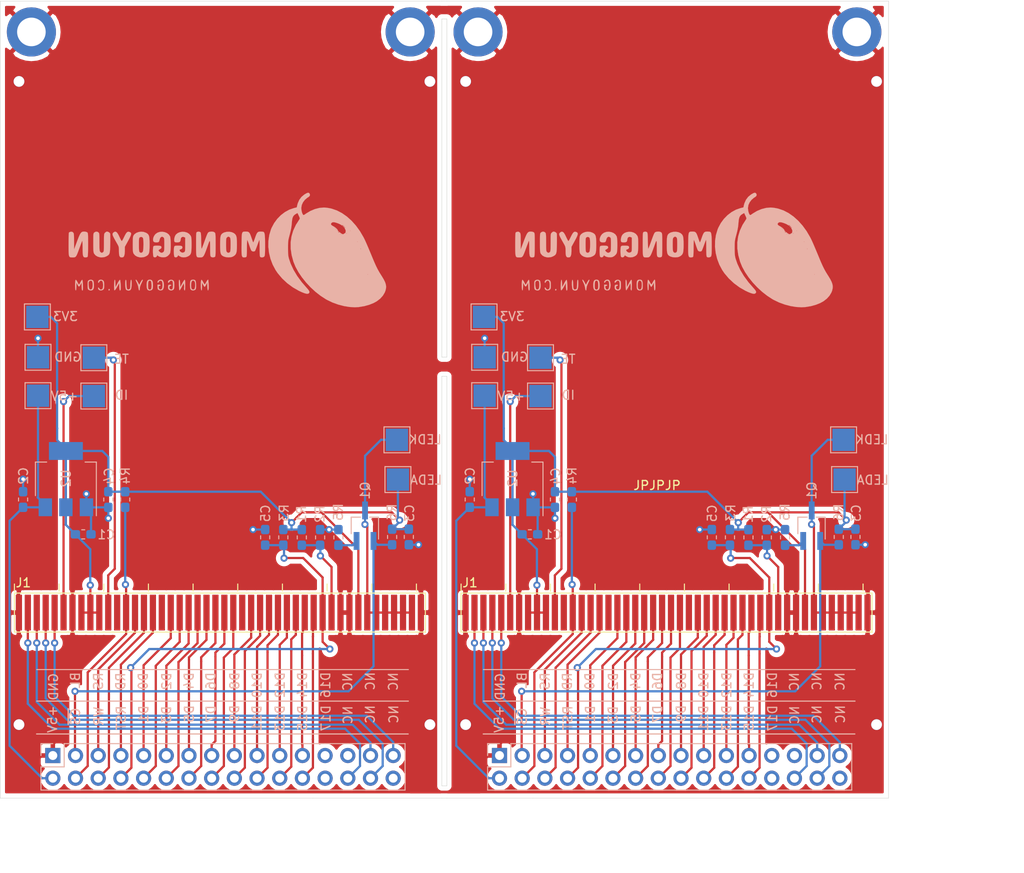
<source format=kicad_pcb>
(kicad_pcb (version 20171130) (host pcbnew "(5.1.4)-1")
  (layers (0 F.Cu signal) (31 B.Cu signal) (34 B.Paste user) (35 F.Paste user) (36 B.SilkS user) (37 F.SilkS user) (38 B.Mask user) (39 F.Mask user) (44 Edge.Cuts user))
  (net 0 "")
  (net 1 GND)
  (net 2 +3V3)
  (net 3 +5V)
  (net 4 /RST)
  (net 5 /XL)
  (net 6 /YU)
  (net 7 /XR)
  (net 8 /YD)
  (net 9 /LCD_ID)
  (net 10 /TE)
  (net 11 "Net-(J1-Pad12)")
  (net 12 /~CS~)
  (net 13 /RS)
  (net 14 /WR)
  (net 15 /RD)
  (net 16 /DB0)
  (net 17 /DB1)
  (net 18 /DB2)
  (net 19 /DB3)
  (net 20 /DB4)
  (net 21 /DB5)
  (net 22 /DB6)
  (net 23 /DB7)
  (net 24 /DB8)
  (net 25 /DB9)
  (net 26 /DB10)
  (net 27 /DB11)
  (net 28 /DB12)
  (net 29 /DB13)
  (net 30 /DB14)
  (net 31 /DB15)
  (net 32 /DB16)
  (net 33 /DB17)
  (net 34 "Net-(J1-Pad36)")
  (net 35 /LEDK)
  (net 36 /BL)
  (net 37 "Net-(Q1-Pad2)")
  (net 38 "Net-(J2-Pad32)")
  (net 39 "Net-(J2-Pad27)")
  (net 40 "Net-(J1-Pad17)")
  (net 41 "Net-(J1-Pad26)")
  (module Resistor_SMD:R_0603_1608Metric_Pad1.05x0.95mm_HandSolder (layer B.Cu) (at 87.97 90.185 270)
    (fp_text reference R5 (at -2.835 0.01 270) (layer B.SilkS) (effects (justify mirror)))
    (fp_text value 22R)
    (pad 2 smd roundrect (at 0.875 0 270) (size 1.05 0.95) (layers B.Cu B.Paste B.Mask) (net 37 "Net-(Q1-Pad2)"))
    (pad 1 smd roundrect (at -0.875 0 270) (size 1.05 0.95) (layers B.Cu B.Paste B.Mask) (net 1 GND))
  )
  (module TestPoint:TestPoint_Pad_2.5x2.5mm (layer B.Cu) (at 60.59 74.36)
    (fp_text reference ID (at 3.106 -0.1) (layer B.SilkS) (effects (justify mirror)))
    (fp_text value LCD_ID)
    (pad 1 smd rect (at 0 0) (size 2.5 2.5) (layers B.Cu B.Mask) (net 9 /LCD_ID))
  )
  (module TestPoint:TestPoint_Pad_2.5x2.5mm (layer B.Cu) (at 60.59 70.07)
    (fp_text reference TE (at 3.086 0.154) (layer B.SilkS) (effects (justify mirror)))
    (fp_text value TE)
    (pad 1 smd rect (at 0 0) (size 2.5 2.5) (layers B.Cu B.Mask) (net 10 /TE))
  )
  (module Resistor_SMD:R_0603_1608Metric_Pad1.05x0.95mm_HandSolder (layer B.Cu) (at 93.98 90.135 90)
    (fp_text reference R6 (at 2.745 -0.01 90) (layer B.SilkS) (effects (justify mirror)))
    (fp_text value 10K)
    (pad 1 smd roundrect (at -0.875 0 90) (size 1.05 0.95) (layers B.Cu B.Paste B.Mask) (net 36 /BL))
    (pad 2 smd roundrect (at 0.875 0 90) (size 1.05 0.95) (layers B.Cu B.Paste B.Mask) (net 2 +3V3))
  )
  (module TestPoint:TestPoint_Pad_2.5x2.5mm (layer B.Cu) (at 94.52 79.26)
    (fp_text reference LEDK (at 3.144 -0.022) (layer B.SilkS) (effects (justify mirror)))
    (fp_text value LEDK)
    (pad 1 smd rect (at 0 0) (size 2.5 2.5) (layers B.Cu B.Mask) (net 35 /LEDK))
  )
  (module TestPoint:TestPoint_Pad_2.5x2.5mm (layer B.Cu) (at 94.63 83.71)
    (fp_text reference LEDA (at 3.154 0.052) (layer B.SilkS) (effects (justify mirror)))
    (fp_text value LEDA)
    (pad 1 smd rect (at 0 0) (size 2.5 2.5) (layers B.Cu B.Mask) (net 2 +3V3))
  )
  (module TestPoint:TestPoint_Pad_2.5x2.5mm (layer B.Cu) (at 54.34 74.32)
    (fp_text reference +5V (at 2.97 0.04) (layer B.SilkS) (effects (justify mirror)))
    (fp_text value +5V)
    (pad 1 smd rect (at 0 0) (size 2.5 2.5) (layers B.Cu B.Mask) (net 3 +5V))
  )
  (module TestPoint:TestPoint_Pad_2.5x2.5mm (layer B.Cu) (at 54.27 65.5)
    (fp_text reference 3V3 (at 3.14 -0.05) (layer B.SilkS) (effects (justify mirror)))
    (fp_text value +3.3V)
    (pad 1 smd rect (at 0 0) (size 2.5 2.5) (layers B.Cu B.Mask) (net 2 +3V3))
  )
  (module Resistor_SMD:R_0603_1608Metric_Pad1.05x0.95mm_HandSolder (layer B.Cu) (at 64.1 85.945 90)
    (fp_text reference R4 (at 2.667 0.01 90) (layer B.SilkS) (effects (justify mirror)))
    (fp_text value 10K)
    (pad 2 smd roundrect (at 0.875 0 90) (size 1.05 0.95) (layers B.Cu B.Paste B.Mask) (net 2 +3V3))
    (pad 1 smd roundrect (at -0.875 0 90) (size 1.05 0.95) (layers B.Cu B.Paste B.Mask) (net 12 /~CS~))
  )
  (module Package_TO_SOT_SMD:SOT-223-3_TabPin2 (layer B.Cu) (at 57.46 83.66 90)
    (fp_text reference U2 (at 0.09 0.02 90) (layer B.SilkS) (effects (justify mirror)))
    (fp_text value AMS1117-3.3)
    (pad 1 smd rect (at -3.15 2.3 90) (size 2 1.5) (layers B.Cu B.Paste B.Mask) (net 1 GND))
    (pad 3 smd rect (at -3.15 -2.3 90) (size 2 1.5) (layers B.Cu B.Paste B.Mask) (net 3 +5V))
    (pad 2 smd rect (at -3.15 0 90) (size 2 1.5) (layers B.Cu B.Paste B.Mask) (net 2 +3V3))
    (pad 2 smd rect (at 3.15 0 90) (size 2 3.8) (layers B.Cu B.Paste B.Mask) (net 2 +3V3))
  )
  (module TestPoint:TestPoint_Pad_2.5x2.5mm (layer B.Cu) (at 54.34 70.02)
    (fp_text reference GND (at 3.35 -0.03) (layer B.SilkS) (effects (justify mirror)))
    (fp_text value GND)
    (pad 1 smd rect (at 0 0) (size 2.5 2.5) (layers B.Cu B.Mask) (net 1 GND))
  )
  (module Resistor_SMD:R_0603_1608Metric_Pad1.05x0.95mm_HandSolder (layer B.Cu) (at 83.87 90.185 90)
    (fp_text reference R1 (at 2.591 -0.038 90) (layer B.SilkS) (effects (justify mirror)))
    (fp_text value 10K)
    (pad 1 smd roundrect (at -0.875 0 90) (size 1.05 0.95) (layers B.Cu B.Paste B.Mask) (net 34 "Net-(J1-Pad36)"))
    (pad 2 smd roundrect (at 0.875 0 90) (size 1.05 0.95) (layers B.Cu B.Paste B.Mask) (net 2 +3V3))
  )
  (module qconnectors:TFT8K3548FPC-A1-E (layer F.Cu) (at 74.7 98.6)
    (fp_text reference J1 (at -22 -3.34) (layer F.SilkS))
    (fp_text value TFT8K3548FPC-A1-E)
    (pad 1 smd rect (at -22.5 0) (size 0.7 4) (layers F.Cu F.Paste F.Mask) (net 1 GND))
    (pad 2 smd rect (at -21.5 0) (size 0.7 4) (layers F.Cu F.Paste F.Mask) (net 5 /XL))
    (pad 3 smd rect (at -20.5 0) (size 0.7 4) (layers F.Cu F.Paste F.Mask) (net 6 /YU))
    (pad 4 smd rect (at -19.5 0) (size 0.7 4) (layers F.Cu F.Paste F.Mask) (net 7 /XR))
    (pad 5 smd rect (at -18.5 0) (size 0.7 4) (layers F.Cu F.Paste F.Mask) (net 8 /YD))
    (pad 6 smd rect (at -17.5 0) (size 0.7 4) (layers F.Cu F.Paste F.Mask) (net 9 /LCD_ID))
    (pad 7 smd rect (at -16.5 0) (size 0.7 4) (layers F.Cu F.Paste F.Mask) (net 1 GND))
    (pad 8 smd rect (at -15.5 0) (size 0.7 4) (layers F.Cu F.Paste F.Mask) (net 2 +3V3))
    (pad 9 smd rect (at -14.5 0) (size 0.7 4) (layers F.Cu F.Paste F.Mask) (net 2 +3V3))
    (pad 10 smd rect (at -13.5 0) (size 0.7 4) (layers F.Cu F.Paste F.Mask) (net 2 +3V3))
    (pad 11 smd rect (at -12.5 0) (size 0.7 4) (layers F.Cu F.Paste F.Mask) (net 10 /TE))
    (pad 12 smd rect (at -11.5 0) (size 0.7 4) (layers F.Cu F.Paste F.Mask) (net 11 "Net-(J1-Pad12)"))
    (pad 13 smd rect (at -10.5 0) (size 0.7 4) (layers F.Cu F.Paste F.Mask) (net 12 /~CS~))
    (pad 14 smd rect (at -9.5 0) (size 0.7 4) (layers F.Cu F.Paste F.Mask) (net 13 /RS))
    (pad 15 smd rect (at -8.5 0) (size 0.7 4) (layers F.Cu F.Paste F.Mask) (net 14 /WR))
    (pad 16 smd rect (at -7.5 0) (size 0.7 4) (layers F.Cu F.Paste F.Mask) (net 15 /RD))
    (pad 17 smd rect (at -6.5 0) (size 0.7 4) (layers F.Cu F.Paste F.Mask) (net 40 "Net-(J1-Pad17)"))
    (pad 18 smd rect (at -5.5 0) (size 0.7 4) (layers F.Cu F.Paste F.Mask) (net 16 /DB0))
    (pad 19 smd rect (at -4.5 0) (size 0.7 4) (layers F.Cu F.Paste F.Mask) (net 17 /DB1))
    (pad 20 smd rect (at -3.5 0) (size 0.7 4) (layers F.Cu F.Paste F.Mask) (net 18 /DB2))
    (pad 21 smd rect (at -2.5 0) (size 0.7 4) (layers F.Cu F.Paste F.Mask) (net 19 /DB3))
    (pad 22 smd rect (at -1.5 0) (size 0.7 4) (layers F.Cu F.Paste F.Mask) (net 20 /DB4))
    (pad 23 smd rect (at -0.5 0) (size 0.7 4) (layers F.Cu F.Paste F.Mask) (net 21 /DB5))
    (pad 24 smd rect (at 0.5 0) (size 0.7 4) (layers F.Cu F.Paste F.Mask) (net 22 /DB6))
    (pad 25 smd rect (at 1.5 0) (size 0.7 4) (layers F.Cu F.Paste F.Mask) (net 23 /DB7))
    (pad 26 smd rect (at 2.5 0) (size 0.7 4) (layers F.Cu F.Paste F.Mask) (net 41 "Net-(J1-Pad26)"))
    (pad 27 smd rect (at 3.5 0) (size 0.7 4) (layers F.Cu F.Paste F.Mask) (net 24 /DB8))
    (pad 28 smd rect (at 4.5 0) (size 0.7 4) (layers F.Cu F.Paste F.Mask) (net 25 /DB9))
    (pad 29 smd rect (at 5.5 0) (size 0.7 4) (layers F.Cu F.Paste F.Mask) (net 26 /DB10))
    (pad 30 smd rect (at 6.5 0) (size 0.7 4) (layers F.Cu F.Paste F.Mask) (net 27 /DB11))
    (pad 31 smd rect (at 7.5 0) (size 0.7 4) (layers F.Cu F.Paste F.Mask) (net 28 /DB12))
    (pad 32 smd rect (at 8.5 0) (size 0.7 4) (layers F.Cu F.Paste F.Mask) (net 29 /DB13))
    (pad 33 smd rect (at 9.5 0) (size 0.7 4) (layers F.Cu F.Paste F.Mask) (net 30 /DB14))
    (pad 34 smd rect (at 10.5 0) (size 0.7 4) (layers F.Cu F.Paste F.Mask) (net 31 /DB15))
    (pad 35 smd rect (at 11.5 0) (size 0.7 4) (layers F.Cu F.Paste F.Mask) (net 4 /RST))
    (pad 36 smd rect (at 12.5 0) (size 0.7 4) (layers F.Cu F.Paste F.Mask) (net 34 "Net-(J1-Pad36)"))
    (pad 37 smd rect (at 13.5 0) (size 0.7 4) (layers F.Cu F.Paste F.Mask) (net 1 GND))
    (pad 38 smd rect (at 14.5 0) (size 0.7 4) (layers F.Cu F.Paste F.Mask) (net 1 GND))
    (pad 39 smd rect (at 15.5 0) (size 0.7 4) (layers F.Cu F.Paste F.Mask) (net 2 +3V3))
    (pad 40 smd rect (at 16.5 0) (size 0.7 4) (layers F.Cu F.Paste F.Mask) (net 35 /LEDK))
    (pad 41 smd rect (at 17.5 0) (size 0.7 4) (layers F.Cu F.Paste F.Mask) (net 35 /LEDK))
    (pad 42 smd rect (at 18.5 0) (size 0.7 4) (layers F.Cu F.Paste F.Mask) (net 35 /LEDK))
    (pad 43 smd rect (at 19.5 0) (size 0.7 4) (layers F.Cu F.Paste F.Mask) (net 35 /LEDK))
    (pad 44 smd rect (at 20.5 0) (size 0.7 4) (layers F.Cu F.Paste F.Mask) (net 35 /LEDK))
    (pad 45 smd rect (at 21.5 0) (size 0.7 4) (layers F.Cu F.Paste F.Mask) (net 35 /LEDK))
    (pad 46 smd rect (at 22.5 0) (size 0.7 4) (layers F.Cu F.Paste F.Mask) (net 1 GND))
  )
  (module Capacitor_SMD:C_0603_1608Metric_Pad1.05x0.95mm_HandSolder (layer B.Cu) (at 79.77 90.175 270)
    (fp_text reference C5 (at -2.679 -0.042 90) (layer B.SilkS) (effects (justify mirror)))
    (fp_text value C)
    (pad 1 smd roundrect (at -0.875 0 270) (size 1.05 0.95) (layers B.Cu B.Paste B.Mask) (net 1 GND))
    (pad 2 smd roundrect (at 0.875 0 270) (size 1.05 0.95) (layers B.Cu B.Paste B.Mask) (net 4 /RST))
  )
  (module Resistor_SMD:R_0603_1608Metric_Pad1.05x0.95mm_HandSolder (layer B.Cu) (at 85.92 90.185 270)
    (fp_text reference R2 (at -2.611 0.03 90) (layer B.SilkS) (effects (justify mirror)))
    (fp_text value 10K)
    (pad 1 smd roundrect (at -0.875 0 270) (size 1.05 0.95) (layers B.Cu B.Paste B.Mask) (net 1 GND))
    (pad 2 smd roundrect (at 0.875 0 270) (size 1.05 0.95) (layers B.Cu B.Paste B.Mask) (net 34 "Net-(J1-Pad36)"))
  )
  (module Package_TO_SOT_SMD:TSOT-23_HandSoldering (layer B.Cu) (at 90.95 88.87 90)
    (fp_text reference Q1 (at 3.92 0.01 270) (layer B.SilkS) (effects (justify mirror)))
    (fp_text value GP2302)
    (pad 3 smd rect (at 1.71 0 90) (size 2 0.65) (layers B.Cu B.Paste B.Mask) (net 35 /LEDK))
    (pad 2 smd rect (at -1.71 -0.95 90) (size 2 0.65) (layers B.Cu B.Paste B.Mask) (net 37 "Net-(Q1-Pad2)"))
    (pad 1 smd rect (at -1.71 0.95 90) (size 2 0.65) (layers B.Cu B.Paste B.Mask) (net 36 /BL))
  )
  (module Capacitor_SMD:C_0603_1608Metric_Pad1.05x0.95mm_HandSolder (layer B.Cu) (at 62.21 85.945 270)
    (fp_text reference C4 (at -2.605 -0.08 270) (layer B.SilkS) (effects (justify mirror)))
    (fp_text value 0.1uF)
    (pad 2 smd roundrect (at 0.875 0 270) (size 1.05 0.95) (layers B.Cu B.Paste B.Mask) (net 1 GND))
    (pad 1 smd roundrect (at -0.875 0 270) (size 1.05 0.95) (layers B.Cu B.Paste B.Mask) (net 2 +3V3))
  )
  (module Capacitor_SMD:C_0603_1608Metric_Pad1.05x0.95mm_HandSolder (layer B.Cu) (at 59.4 89.84 180)
    (fp_text reference C1 (at -2.58 -0.04) (layer B.SilkS) (effects (justify mirror)))
    (fp_text value 0.1uF)
    (pad 2 smd roundrect (at 0.875 0 180) (size 1.05 0.95) (layers B.Cu B.Paste B.Mask) (net 2 +3V3))
    (pad 1 smd roundrect (at -0.875 0 180) (size 1.05 0.95) (layers B.Cu B.Paste B.Mask) (net 1 GND))
  )
  (module logo:monggoyun2 (layer B.Cu) (at 75.49 58.08 180)
    (fp_text reference +1 hide)
    (fp_text value LOGO hide)
  )
  (module MountingHole:MountingHole_3.2mm_M3_ISO14580_Pad (layer F.Cu) (at 53.6 33.6)
    (fp_text reference TP9 hide)
    (fp_text value M3)
    (pad 1 thru_hole circle (at 0 0) (size 5.5 5.5) (drill 3.2) (layers *.Cu *.Mask) (net 1 GND))
  )
  (module Capacitor_SMD:C_0603_1608Metric_Pad1.05x0.95mm_HandSolder (layer B.Cu) (at 52.67 85.94 270)
    (fp_text reference C2 (at -2.635 -0.04 90) (layer B.SilkS) (effects (justify mirror)))
    (fp_text value 1uF)
    (pad 1 smd roundrect (at -0.875 0 270) (size 1.05 0.95) (layers B.Cu B.Paste B.Mask) (net 1 GND))
    (pad 2 smd roundrect (at 0.875 0 270) (size 1.05 0.95) (layers B.Cu B.Paste B.Mask) (net 3 +5V))
  )
  (module MountingHole:MountingHole_3.2mm_M3_ISO14580_Pad (layer F.Cu) (at 96 33.6)
    (fp_text reference TP8 hide)
    (fp_text value M3)
    (pad 1 thru_hole circle (at 0 0) (size 5.5 5.5) (drill 3.2) (layers *.Cu *.Mask) (net 1 GND))
  )
  (module Capacitor_SMD:C_0603_1608Metric_Pad1.05x0.95mm_HandSolder (layer B.Cu) (at 95.85 90.13 90)
    (fp_text reference C3 (at 2.665 0.08 90) (layer B.SilkS) (effects (justify mirror)))
    (fp_text value 0.1uF/25F)
    (pad 2 smd roundrect (at 0.875 0 90) (size 1.05 0.95) (layers B.Cu B.Paste B.Mask) (net 2 +3V3))
    (pad 1 smd roundrect (at -0.875 0 90) (size 1.05 0.95) (layers B.Cu B.Paste B.Mask) (net 1 GND))
  )
  (module Connector_PinHeader_2.54mm:PinHeader_2x16_P2.54mm_Vertical (layer B.Cu) (at 56 114.6 270)
    (fp_text reference J2 hide)
    (fp_text value LCD_I8080_CONNECTOR_16x2)
    (pad 1 thru_hole rect (at 0 0 270) (size 1.7 1.7) (drill 1) (layers *.Cu *.Mask) (net 1 GND))
    (pad 2 thru_hole oval (at 2.54 0 270) (size 1.7 1.7) (drill 1) (layers *.Cu *.Mask) (net 3 +5V))
    (pad 3 thru_hole oval (at 0 -2.54 270) (size 1.7 1.7) (drill 1) (layers *.Cu *.Mask) (net 36 /BL))
    (pad 4 thru_hole oval (at 2.54 -2.54 270) (size 1.7 1.7) (drill 1) (layers *.Cu *.Mask) (net 12 /~CS~))
    (pad 5 thru_hole oval (at 0 -5.08 270) (size 1.7 1.7) (drill 1) (layers *.Cu *.Mask) (net 13 /RS))
    (pad 6 thru_hole oval (at 2.54 -5.08 270) (size 1.7 1.7) (drill 1) (layers *.Cu *.Mask) (net 14 /WR))
    (pad 7 thru_hole oval (at 0 -7.62 270) (size 1.7 1.7) (drill 1) (layers *.Cu *.Mask) (net 15 /RD))
    (pad 8 thru_hole oval (at 2.54 -7.62 270) (size 1.7 1.7) (drill 1) (layers *.Cu *.Mask) (net 4 /RST))
    (pad 9 thru_hole oval (at 0 -10.16 270) (size 1.7 1.7) (drill 1) (layers *.Cu *.Mask) (net 16 /DB0))
    (pad 10 thru_hole oval (at 2.54 -10.16 270) (size 1.7 1.7) (drill 1) (layers *.Cu *.Mask) (net 17 /DB1))
    (pad 11 thru_hole oval (at 0 -12.7 270) (size 1.7 1.7) (drill 1) (layers *.Cu *.Mask) (net 18 /DB2))
    (pad 12 thru_hole oval (at 2.54 -12.7 270) (size 1.7 1.7) (drill 1) (layers *.Cu *.Mask) (net 19 /DB3))
    (pad 13 thru_hole oval (at 0 -15.24 270) (size 1.7 1.7) (drill 1) (layers *.Cu *.Mask) (net 20 /DB4))
    (pad 14 thru_hole oval (at 2.54 -15.24 270) (size 1.7 1.7) (drill 1) (layers *.Cu *.Mask) (net 21 /DB5))
    (pad 15 thru_hole oval (at 0 -17.78 270) (size 1.7 1.7) (drill 1) (layers *.Cu *.Mask) (net 22 /DB6))
    (pad 16 thru_hole oval (at 2.54 -17.78 270) (size 1.7 1.7) (drill 1) (layers *.Cu *.Mask) (net 23 /DB7))
    (pad 17 thru_hole oval (at 0 -20.32 270) (size 1.7 1.7) (drill 1) (layers *.Cu *.Mask) (net 24 /DB8))
    (pad 18 thru_hole oval (at 2.54 -20.32 270) (size 1.7 1.7) (drill 1) (layers *.Cu *.Mask) (net 25 /DB9))
    (pad 19 thru_hole oval (at 0 -22.86 270) (size 1.7 1.7) (drill 1) (layers *.Cu *.Mask) (net 26 /DB10))
    (pad 20 thru_hole oval (at 2.54 -22.86 270) (size 1.7 1.7) (drill 1) (layers *.Cu *.Mask) (net 27 /DB11))
    (pad 21 thru_hole oval (at 0 -25.4 270) (size 1.7 1.7) (drill 1) (layers *.Cu *.Mask) (net 28 /DB12))
    (pad 22 thru_hole oval (at 2.54 -25.4 270) (size 1.7 1.7) (drill 1) (layers *.Cu *.Mask) (net 29 /DB13))
    (pad 23 thru_hole oval (at 0 -27.94 270) (size 1.7 1.7) (drill 1) (layers *.Cu *.Mask) (net 30 /DB14))
    (pad 24 thru_hole oval (at 2.54 -27.94 270) (size 1.7 1.7) (drill 1) (layers *.Cu *.Mask) (net 31 /DB15))
    (pad 25 thru_hole oval (at 0 -30.48 270) (size 1.7 1.7) (drill 1) (layers *.Cu *.Mask) (net 32 /DB16))
    (pad 26 thru_hole oval (at 2.54 -30.48 270) (size 1.7 1.7) (drill 1) (layers *.Cu *.Mask) (net 33 /DB17))
    (pad 27 thru_hole oval (at 0 -33.02 270) (size 1.7 1.7) (drill 1) (layers *.Cu *.Mask) (net 39 "Net-(J2-Pad27)"))
    (pad 28 thru_hole oval (at 2.54 -33.02 270) (size 1.7 1.7) (drill 1) (layers *.Cu *.Mask) (net 5 /XL))
    (pad 29 thru_hole oval (at 0 -35.56 270) (size 1.7 1.7) (drill 1) (layers *.Cu *.Mask) (net 6 /YU))
    (pad 30 thru_hole oval (at 2.54 -35.56 270) (size 1.7 1.7) (drill 1) (layers *.Cu *.Mask) (net 7 /XR))
    (pad 31 thru_hole oval (at 0 -38.1 270) (size 1.7 1.7) (drill 1) (layers *.Cu *.Mask) (net 8 /YD))
    (pad 32 thru_hole oval (at 2.54 -38.1 270) (size 1.7 1.7) (drill 1) (layers *.Cu *.Mask) (net 38 "Net-(J2-Pad32)"))
  )
  (module Resistor_SMD:R_0603_1608Metric_Pad1.05x0.95mm_HandSolder (layer B.Cu) (at 81.8 90.175 90)
    (fp_text reference R3 (at 2.735 0.09 90) (layer B.SilkS) (effects (justify mirror)))
    (fp_text value 10K)
    (pad 1 smd roundrect (at -0.875 0 90) (size 1.05 0.95) (layers B.Cu B.Paste B.Mask) (net 4 /RST))
    (pad 2 smd roundrect (at 0.875 0 90) (size 1.05 0.95) (layers B.Cu B.Paste B.Mask) (net 2 +3V3))
  )
  (module logo:monggoyun2 (layer B.Cu) (at 125.49 58.08 180)
    (fp_text reference +1 hide)
    (fp_text value LOGO hide)
  )
  (module MountingHole:MountingHole_3.2mm_M3_ISO14580_Pad (layer F.Cu) (at 103.6 33.6)
    (fp_text reference TP9 hide)
    (fp_text value M3)
    (pad 1 thru_hole circle (at 0 0) (size 5.5 5.5) (drill 3.2) (layers *.Cu *.Mask) (net 1 GND))
  )
  (module MountingHole:MountingHole_3.2mm_M3_ISO14580_Pad (layer F.Cu) (at 146 33.6)
    (fp_text reference TP8 hide)
    (fp_text value M3)
    (pad 1 thru_hole circle (at 0 0) (size 5.5 5.5) (drill 3.2) (layers *.Cu *.Mask) (net 1 GND))
  )
  (module Connector_PinHeader_2.54mm:PinHeader_2x16_P2.54mm_Vertical (layer B.Cu) (at 106 114.6 270)
    (fp_text reference J2 hide)
    (fp_text value LCD_I8080_CONNECTOR_16x2)
    (pad 1 thru_hole rect (at 0 0 270) (size 1.7 1.7) (drill 1) (layers *.Cu *.Mask) (net 1 GND))
    (pad 2 thru_hole oval (at 2.54 0 270) (size 1.7 1.7) (drill 1) (layers *.Cu *.Mask) (net 3 +5V))
    (pad 3 thru_hole oval (at 0 -2.54 270) (size 1.7 1.7) (drill 1) (layers *.Cu *.Mask) (net 36 /BL))
    (pad 4 thru_hole oval (at 2.54 -2.54 270) (size 1.7 1.7) (drill 1) (layers *.Cu *.Mask) (net 12 /~CS~))
    (pad 5 thru_hole oval (at 0 -5.08 270) (size 1.7 1.7) (drill 1) (layers *.Cu *.Mask) (net 13 /RS))
    (pad 6 thru_hole oval (at 2.54 -5.08 270) (size 1.7 1.7) (drill 1) (layers *.Cu *.Mask) (net 14 /WR))
    (pad 7 thru_hole oval (at 0 -7.62 270) (size 1.7 1.7) (drill 1) (layers *.Cu *.Mask) (net 15 /RD))
    (pad 8 thru_hole oval (at 2.54 -7.62 270) (size 1.7 1.7) (drill 1) (layers *.Cu *.Mask) (net 4 /RST))
    (pad 9 thru_hole oval (at 0 -10.16 270) (size 1.7 1.7) (drill 1) (layers *.Cu *.Mask) (net 16 /DB0))
    (pad 10 thru_hole oval (at 2.54 -10.16 270) (size 1.7 1.7) (drill 1) (layers *.Cu *.Mask) (net 17 /DB1))
    (pad 11 thru_hole oval (at 0 -12.7 270) (size 1.7 1.7) (drill 1) (layers *.Cu *.Mask) (net 18 /DB2))
    (pad 12 thru_hole oval (at 2.54 -12.7 270) (size 1.7 1.7) (drill 1) (layers *.Cu *.Mask) (net 19 /DB3))
    (pad 13 thru_hole oval (at 0 -15.24 270) (size 1.7 1.7) (drill 1) (layers *.Cu *.Mask) (net 20 /DB4))
    (pad 14 thru_hole oval (at 2.54 -15.24 270) (size 1.7 1.7) (drill 1) (layers *.Cu *.Mask) (net 21 /DB5))
    (pad 15 thru_hole oval (at 0 -17.78 270) (size 1.7 1.7) (drill 1) (layers *.Cu *.Mask) (net 22 /DB6))
    (pad 16 thru_hole oval (at 2.54 -17.78 270) (size 1.7 1.7) (drill 1) (layers *.Cu *.Mask) (net 23 /DB7))
    (pad 17 thru_hole oval (at 0 -20.32 270) (size 1.7 1.7) (drill 1) (layers *.Cu *.Mask) (net 24 /DB8))
    (pad 18 thru_hole oval (at 2.54 -20.32 270) (size 1.7 1.7) (drill 1) (layers *.Cu *.Mask) (net 25 /DB9))
    (pad 19 thru_hole oval (at 0 -22.86 270) (size 1.7 1.7) (drill 1) (layers *.Cu *.Mask) (net 26 /DB10))
    (pad 20 thru_hole oval (at 2.54 -22.86 270) (size 1.7 1.7) (drill 1) (layers *.Cu *.Mask) (net 27 /DB11))
    (pad 21 thru_hole oval (at 0 -25.4 270) (size 1.7 1.7) (drill 1) (layers *.Cu *.Mask) (net 28 /DB12))
    (pad 22 thru_hole oval (at 2.54 -25.4 270) (size 1.7 1.7) (drill 1) (layers *.Cu *.Mask) (net 29 /DB13))
    (pad 23 thru_hole oval (at 0 -27.94 270) (size 1.7 1.7) (drill 1) (layers *.Cu *.Mask) (net 30 /DB14))
    (pad 24 thru_hole oval (at 2.54 -27.94 270) (size 1.7 1.7) (drill 1) (layers *.Cu *.Mask) (net 31 /DB15))
    (pad 25 thru_hole oval (at 0 -30.48 270) (size 1.7 1.7) (drill 1) (layers *.Cu *.Mask) (net 32 /DB16))
    (pad 26 thru_hole oval (at 2.54 -30.48 270) (size 1.7 1.7) (drill 1) (layers *.Cu *.Mask) (net 33 /DB17))
    (pad 27 thru_hole oval (at 0 -33.02 270) (size 1.7 1.7) (drill 1) (layers *.Cu *.Mask) (net 39 "Net-(J2-Pad27)"))
    (pad 28 thru_hole oval (at 2.54 -33.02 270) (size 1.7 1.7) (drill 1) (layers *.Cu *.Mask) (net 5 /XL))
    (pad 29 thru_hole oval (at 0 -35.56 270) (size 1.7 1.7) (drill 1) (layers *.Cu *.Mask) (net 6 /YU))
    (pad 30 thru_hole oval (at 2.54 -35.56 270) (size 1.7 1.7) (drill 1) (layers *.Cu *.Mask) (net 7 /XR))
    (pad 31 thru_hole oval (at 0 -38.1 270) (size 1.7 1.7) (drill 1) (layers *.Cu *.Mask) (net 8 /YD))
    (pad 32 thru_hole oval (at 2.54 -38.1 270) (size 1.7 1.7) (drill 1) (layers *.Cu *.Mask) (net 38 "Net-(J2-Pad32)"))
  )
  (module Capacitor_SMD:C_0603_1608Metric_Pad1.05x0.95mm_HandSolder (layer B.Cu) (at 109.4 89.84 180)
    (fp_text reference C1 (at -2.58 -0.04) (layer B.SilkS) (effects (justify mirror)))
    (fp_text value 0.1uF)
    (pad 2 smd roundrect (at 0.875 0 180) (size 1.05 0.95) (layers B.Cu B.Paste B.Mask) (net 2 +3V3))
    (pad 1 smd roundrect (at -0.875 0 180) (size 1.05 0.95) (layers B.Cu B.Paste B.Mask) (net 1 GND))
  )
  (module Capacitor_SMD:C_0603_1608Metric_Pad1.05x0.95mm_HandSolder (layer B.Cu) (at 102.67 85.94 270)
    (fp_text reference C2 (at -2.635 -0.04 90) (layer B.SilkS) (effects (justify mirror)))
    (fp_text value 1uF)
    (pad 1 smd roundrect (at -0.875 0 270) (size 1.05 0.95) (layers B.Cu B.Paste B.Mask) (net 1 GND))
    (pad 2 smd roundrect (at 0.875 0 270) (size 1.05 0.95) (layers B.Cu B.Paste B.Mask) (net 3 +5V))
  )
  (module Capacitor_SMD:C_0603_1608Metric_Pad1.05x0.95mm_HandSolder (layer B.Cu) (at 145.85 90.13 90)
    (fp_text reference C3 (at 2.665 0.08 90) (layer B.SilkS) (effects (justify mirror)))
    (fp_text value 0.1uF/25F)
    (pad 2 smd roundrect (at 0.875 0 90) (size 1.05 0.95) (layers B.Cu B.Paste B.Mask) (net 2 +3V3))
    (pad 1 smd roundrect (at -0.875 0 90) (size 1.05 0.95) (layers B.Cu B.Paste B.Mask) (net 1 GND))
  )
  (module Capacitor_SMD:C_0603_1608Metric_Pad1.05x0.95mm_HandSolder (layer B.Cu) (at 112.21 85.945 270)
    (fp_text reference C4 (at -2.605 -0.08 270) (layer B.SilkS) (effects (justify mirror)))
    (fp_text value 0.1uF)
    (pad 2 smd roundrect (at 0.875 0 270) (size 1.05 0.95) (layers B.Cu B.Paste B.Mask) (net 1 GND))
    (pad 1 smd roundrect (at -0.875 0 270) (size 1.05 0.95) (layers B.Cu B.Paste B.Mask) (net 2 +3V3))
  )
  (module Capacitor_SMD:C_0603_1608Metric_Pad1.05x0.95mm_HandSolder (layer B.Cu) (at 129.77 90.175 270)
    (fp_text reference C5 (at -2.679 -0.042 90) (layer B.SilkS) (effects (justify mirror)))
    (fp_text value C)
    (pad 1 smd roundrect (at -0.875 0 270) (size 1.05 0.95) (layers B.Cu B.Paste B.Mask) (net 1 GND))
    (pad 2 smd roundrect (at 0.875 0 270) (size 1.05 0.95) (layers B.Cu B.Paste B.Mask) (net 4 /RST))
  )
  (module qconnectors:TFT8K3548FPC-A1-E (layer F.Cu) (at 124.7 98.6)
    (fp_text reference J1 (at -22 -3.34) (layer F.SilkS))
    (fp_text value TFT8K3548FPC-A1-E)
    (pad 1 smd rect (at -22.5 0) (size 0.7 4) (layers F.Cu F.Paste F.Mask) (net 1 GND))
    (pad 2 smd rect (at -21.5 0) (size 0.7 4) (layers F.Cu F.Paste F.Mask) (net 5 /XL))
    (pad 3 smd rect (at -20.5 0) (size 0.7 4) (layers F.Cu F.Paste F.Mask) (net 6 /YU))
    (pad 4 smd rect (at -19.5 0) (size 0.7 4) (layers F.Cu F.Paste F.Mask) (net 7 /XR))
    (pad 5 smd rect (at -18.5 0) (size 0.7 4) (layers F.Cu F.Paste F.Mask) (net 8 /YD))
    (pad 6 smd rect (at -17.5 0) (size 0.7 4) (layers F.Cu F.Paste F.Mask) (net 9 /LCD_ID))
    (pad 7 smd rect (at -16.5 0) (size 0.7 4) (layers F.Cu F.Paste F.Mask) (net 1 GND))
    (pad 8 smd rect (at -15.5 0) (size 0.7 4) (layers F.Cu F.Paste F.Mask) (net 2 +3V3))
    (pad 9 smd rect (at -14.5 0) (size 0.7 4) (layers F.Cu F.Paste F.Mask) (net 2 +3V3))
    (pad 10 smd rect (at -13.5 0) (size 0.7 4) (layers F.Cu F.Paste F.Mask) (net 2 +3V3))
    (pad 11 smd rect (at -12.5 0) (size 0.7 4) (layers F.Cu F.Paste F.Mask) (net 10 /TE))
    (pad 12 smd rect (at -11.5 0) (size 0.7 4) (layers F.Cu F.Paste F.Mask) (net 11 "Net-(J1-Pad12)"))
    (pad 13 smd rect (at -10.5 0) (size 0.7 4) (layers F.Cu F.Paste F.Mask) (net 12 /~CS~))
    (pad 14 smd rect (at -9.5 0) (size 0.7 4) (layers F.Cu F.Paste F.Mask) (net 13 /RS))
    (pad 15 smd rect (at -8.5 0) (size 0.7 4) (layers F.Cu F.Paste F.Mask) (net 14 /WR))
    (pad 16 smd rect (at -7.5 0) (size 0.7 4) (layers F.Cu F.Paste F.Mask) (net 15 /RD))
    (pad 17 smd rect (at -6.5 0) (size 0.7 4) (layers F.Cu F.Paste F.Mask) (net 40 "Net-(J1-Pad17)"))
    (pad 18 smd rect (at -5.5 0) (size 0.7 4) (layers F.Cu F.Paste F.Mask) (net 16 /DB0))
    (pad 19 smd rect (at -4.5 0) (size 0.7 4) (layers F.Cu F.Paste F.Mask) (net 17 /DB1))
    (pad 20 smd rect (at -3.5 0) (size 0.7 4) (layers F.Cu F.Paste F.Mask) (net 18 /DB2))
    (pad 21 smd rect (at -2.5 0) (size 0.7 4) (layers F.Cu F.Paste F.Mask) (net 19 /DB3))
    (pad 22 smd rect (at -1.5 0) (size 0.7 4) (layers F.Cu F.Paste F.Mask) (net 20 /DB4))
    (pad 23 smd rect (at -0.5 0) (size 0.7 4) (layers F.Cu F.Paste F.Mask) (net 21 /DB5))
    (pad 24 smd rect (at 0.5 0) (size 0.7 4) (layers F.Cu F.Paste F.Mask) (net 22 /DB6))
    (pad 25 smd rect (at 1.5 0) (size 0.7 4) (layers F.Cu F.Paste F.Mask) (net 23 /DB7))
    (pad 26 smd rect (at 2.5 0) (size 0.7 4) (layers F.Cu F.Paste F.Mask) (net 41 "Net-(J1-Pad26)"))
    (pad 27 smd rect (at 3.5 0) (size 0.7 4) (layers F.Cu F.Paste F.Mask) (net 24 /DB8))
    (pad 28 smd rect (at 4.5 0) (size 0.7 4) (layers F.Cu F.Paste F.Mask) (net 25 /DB9))
    (pad 29 smd rect (at 5.5 0) (size 0.7 4) (layers F.Cu F.Paste F.Mask) (net 26 /DB10))
    (pad 30 smd rect (at 6.5 0) (size 0.7 4) (layers F.Cu F.Paste F.Mask) (net 27 /DB11))
    (pad 31 smd rect (at 7.5 0) (size 0.7 4) (layers F.Cu F.Paste F.Mask) (net 28 /DB12))
    (pad 32 smd rect (at 8.5 0) (size 0.7 4) (layers F.Cu F.Paste F.Mask) (net 29 /DB13))
    (pad 33 smd rect (at 9.5 0) (size 0.7 4) (layers F.Cu F.Paste F.Mask) (net 30 /DB14))
    (pad 34 smd rect (at 10.5 0) (size 0.7 4) (layers F.Cu F.Paste F.Mask) (net 31 /DB15))
    (pad 35 smd rect (at 11.5 0) (size 0.7 4) (layers F.Cu F.Paste F.Mask) (net 4 /RST))
    (pad 36 smd rect (at 12.5 0) (size 0.7 4) (layers F.Cu F.Paste F.Mask) (net 34 "Net-(J1-Pad36)"))
    (pad 37 smd rect (at 13.5 0) (size 0.7 4) (layers F.Cu F.Paste F.Mask) (net 1 GND))
    (pad 38 smd rect (at 14.5 0) (size 0.7 4) (layers F.Cu F.Paste F.Mask) (net 1 GND))
    (pad 39 smd rect (at 15.5 0) (size 0.7 4) (layers F.Cu F.Paste F.Mask) (net 2 +3V3))
    (pad 40 smd rect (at 16.5 0) (size 0.7 4) (layers F.Cu F.Paste F.Mask) (net 35 /LEDK))
    (pad 41 smd rect (at 17.5 0) (size 0.7 4) (layers F.Cu F.Paste F.Mask) (net 35 /LEDK))
    (pad 42 smd rect (at 18.5 0) (size 0.7 4) (layers F.Cu F.Paste F.Mask) (net 35 /LEDK))
    (pad 43 smd rect (at 19.5 0) (size 0.7 4) (layers F.Cu F.Paste F.Mask) (net 35 /LEDK))
    (pad 44 smd rect (at 20.5 0) (size 0.7 4) (layers F.Cu F.Paste F.Mask) (net 35 /LEDK))
    (pad 45 smd rect (at 21.5 0) (size 0.7 4) (layers F.Cu F.Paste F.Mask) (net 35 /LEDK))
    (pad 46 smd rect (at 22.5 0) (size 0.7 4) (layers F.Cu F.Paste F.Mask) (net 1 GND))
  )
  (module Package_TO_SOT_SMD:TSOT-23_HandSoldering (layer B.Cu) (at 140.95 88.87 90)
    (fp_text reference Q1 (at 3.92 0.01 270) (layer B.SilkS) (effects (justify mirror)))
    (fp_text value GP2302)
    (pad 3 smd rect (at 1.71 0 90) (size 2 0.65) (layers B.Cu B.Paste B.Mask) (net 35 /LEDK))
    (pad 2 smd rect (at -1.71 -0.95 90) (size 2 0.65) (layers B.Cu B.Paste B.Mask) (net 37 "Net-(Q1-Pad2)"))
    (pad 1 smd rect (at -1.71 0.95 90) (size 2 0.65) (layers B.Cu B.Paste B.Mask) (net 36 /BL))
  )
  (module Resistor_SMD:R_0603_1608Metric_Pad1.05x0.95mm_HandSolder (layer B.Cu) (at 133.87 90.185 90)
    (fp_text reference R1 (at 2.591 -0.038 90) (layer B.SilkS) (effects (justify mirror)))
    (fp_text value 10K)
    (pad 1 smd roundrect (at -0.875 0 90) (size 1.05 0.95) (layers B.Cu B.Paste B.Mask) (net 34 "Net-(J1-Pad36)"))
    (pad 2 smd roundrect (at 0.875 0 90) (size 1.05 0.95) (layers B.Cu B.Paste B.Mask) (net 2 +3V3))
  )
  (module Resistor_SMD:R_0603_1608Metric_Pad1.05x0.95mm_HandSolder (layer B.Cu) (at 135.92 90.185 270)
    (fp_text reference R2 (at -2.611 0.03 90) (layer B.SilkS) (effects (justify mirror)))
    (fp_text value 10K)
    (pad 1 smd roundrect (at -0.875 0 270) (size 1.05 0.95) (layers B.Cu B.Paste B.Mask) (net 1 GND))
    (pad 2 smd roundrect (at 0.875 0 270) (size 1.05 0.95) (layers B.Cu B.Paste B.Mask) (net 34 "Net-(J1-Pad36)"))
  )
  (module Resistor_SMD:R_0603_1608Metric_Pad1.05x0.95mm_HandSolder (layer B.Cu) (at 131.8 90.175 90)
    (fp_text reference R3 (at 2.735 0.09 90) (layer B.SilkS) (effects (justify mirror)))
    (fp_text value 10K)
    (pad 1 smd roundrect (at -0.875 0 90) (size 1.05 0.95) (layers B.Cu B.Paste B.Mask) (net 4 /RST))
    (pad 2 smd roundrect (at 0.875 0 90) (size 1.05 0.95) (layers B.Cu B.Paste B.Mask) (net 2 +3V3))
  )
  (module Resistor_SMD:R_0603_1608Metric_Pad1.05x0.95mm_HandSolder (layer B.Cu) (at 114.1 85.945 90)
    (fp_text reference R4 (at 2.667 0.01 90) (layer B.SilkS) (effects (justify mirror)))
    (fp_text value 10K)
    (pad 2 smd roundrect (at 0.875 0 90) (size 1.05 0.95) (layers B.Cu B.Paste B.Mask) (net 2 +3V3))
    (pad 1 smd roundrect (at -0.875 0 90) (size 1.05 0.95) (layers B.Cu B.Paste B.Mask) (net 12 /~CS~))
  )
  (module Resistor_SMD:R_0603_1608Metric_Pad1.05x0.95mm_HandSolder (layer B.Cu) (at 137.97 90.185 270)
    (fp_text reference R5 (at -2.835 0.01 270) (layer B.SilkS) (effects (justify mirror)))
    (fp_text value 22R)
    (pad 2 smd roundrect (at 0.875 0 270) (size 1.05 0.95) (layers B.Cu B.Paste B.Mask) (net 37 "Net-(Q1-Pad2)"))
    (pad 1 smd roundrect (at -0.875 0 270) (size 1.05 0.95) (layers B.Cu B.Paste B.Mask) (net 1 GND))
  )
  (module Resistor_SMD:R_0603_1608Metric_Pad1.05x0.95mm_HandSolder (layer B.Cu) (at 143.98 90.135 90)
    (fp_text reference R6 (at 2.745 -0.01 90) (layer B.SilkS) (effects (justify mirror)))
    (fp_text value 10K)
    (pad 1 smd roundrect (at -0.875 0 90) (size 1.05 0.95) (layers B.Cu B.Paste B.Mask) (net 36 /BL))
    (pad 2 smd roundrect (at 0.875 0 90) (size 1.05 0.95) (layers B.Cu B.Paste B.Mask) (net 2 +3V3))
  )
  (module TestPoint:TestPoint_Pad_2.5x2.5mm (layer B.Cu) (at 110.59 70.07)
    (fp_text reference TE (at 3.086 0.154) (layer B.SilkS) (effects (justify mirror)))
    (fp_text value TE)
    (pad 1 smd rect (at 0 0) (size 2.5 2.5) (layers B.Cu B.Mask) (net 10 /TE))
  )
  (module TestPoint:TestPoint_Pad_2.5x2.5mm (layer B.Cu) (at 110.59 74.36)
    (fp_text reference ID (at 3.106 -0.1) (layer B.SilkS) (effects (justify mirror)))
    (fp_text value LCD_ID)
    (pad 1 smd rect (at 0 0) (size 2.5 2.5) (layers B.Cu B.Mask) (net 9 /LCD_ID))
  )
  (module TestPoint:TestPoint_Pad_2.5x2.5mm (layer B.Cu) (at 144.63 83.71)
    (fp_text reference LEDA (at 3.154 0.052) (layer B.SilkS) (effects (justify mirror)))
    (fp_text value LEDA)
    (pad 1 smd rect (at 0 0) (size 2.5 2.5) (layers B.Cu B.Mask) (net 2 +3V3))
  )
  (module TestPoint:TestPoint_Pad_2.5x2.5mm (layer B.Cu) (at 144.52 79.26)
    (fp_text reference LEDK (at 3.144 -0.022) (layer B.SilkS) (effects (justify mirror)))
    (fp_text value LEDK)
    (pad 1 smd rect (at 0 0) (size 2.5 2.5) (layers B.Cu B.Mask) (net 35 /LEDK))
  )
  (module TestPoint:TestPoint_Pad_2.5x2.5mm (layer B.Cu) (at 104.34 74.32)
    (fp_text reference +5V (at 2.97 0.04) (layer B.SilkS) (effects (justify mirror)))
    (fp_text value +5V)
    (pad 1 smd rect (at 0 0) (size 2.5 2.5) (layers B.Cu B.Mask) (net 3 +5V))
  )
  (module TestPoint:TestPoint_Pad_2.5x2.5mm (layer B.Cu) (at 104.27 65.5)
    (fp_text reference 3V3 (at 3.14 -0.05) (layer B.SilkS) (effects (justify mirror)))
    (fp_text value +3.3V)
    (pad 1 smd rect (at 0 0) (size 2.5 2.5) (layers B.Cu B.Mask) (net 2 +3V3))
  )
  (module TestPoint:TestPoint_Pad_2.5x2.5mm (layer B.Cu) (at 104.34 70.02)
    (fp_text reference GND (at 3.35 -0.03) (layer B.SilkS) (effects (justify mirror)))
    (fp_text value GND)
    (pad 1 smd rect (at 0 0) (size 2.5 2.5) (layers B.Cu B.Mask) (net 1 GND))
  )
  (module Package_TO_SOT_SMD:SOT-223-3_TabPin2 (layer B.Cu) (at 107.46 83.66 90)
    (fp_text reference U2 (at 0.09 0.02 90) (layer B.SilkS) (effects (justify mirror)))
    (fp_text value AMS1117-3.3)
    (pad 1 smd rect (at -3.15 2.3 90) (size 2 1.5) (layers B.Cu B.Paste B.Mask) (net 1 GND))
    (pad 3 smd rect (at -3.15 -2.3 90) (size 2 1.5) (layers B.Cu B.Paste B.Mask) (net 3 +5V))
    (pad 2 smd rect (at -3.15 0 90) (size 2 1.5) (layers B.Cu B.Paste B.Mask) (net 2 +3V3))
    (pad 2 smd rect (at 3.15 0 90) (size 2 3.8) (layers B.Cu B.Paste B.Mask) (net 2 +3V3))
  )
  (gr_text JPJPJP (at 123.64 84.36) (layer F.SilkS) (effects (font (size 1 1))))
  (gr_line (start 99.55 119.37) (end 100.11 119.37) (layer Edge.Cuts) (width 0.05))
  (gr_line (start 99.55 118) (end 100.11 118) (layer Edge.Cuts) (width 0.05))
  (gr_line (start 99.55 72.15) (end 100.11 72.15) (layer Edge.Cuts) (width 0.05))
  (gr_line (start 99.55 70) (end 100.11 70) (layer Edge.Cuts) (width 0.05))
  (gr_line (start 99.55 32.15) (end 100.11 32.15) (layer Edge.Cuts) (width 0.05))
  (gr_line (start 99.55 30.15) (end 100.11 30.15) (layer Edge.Cuts) (width 0.05))
  (gr_line (start 100.11 32.15) (end 100.11 70) (layer Edge.Cuts) (width 0.05))
  (gr_line (start 100.11 72.15) (end 100.11 118) (layer Edge.Cuts) (width 0.05))
  (gr_line (start 99.55 72.15) (end 99.55 118) (layer Edge.Cuts) (width 0.05))
  (gr_line (start 99.55 32.15) (end 99.55 70) (layer Edge.Cuts) (width 0.05))
  (gr_line (start 50.11 30.15) (end 99.55 30.15) (layer Edge.Cuts) (width 0.05))
  (gr_line (start 95.8 108.51) (end 54.2 108.51) (layer B.SilkS) (width 0.13))
  (gr_line (start 50.11 119.37) (end 50.11 30.15) (layer Edge.Cuts) (width 0.05))
  (gr_text WR (at 61.14 110.2 90) (layer B.SilkS) (effects (font (size 1 1)) (justify mirror)))
  (gr_text D15 (at 83.95 110.43 90) (layer B.SilkS) (effects (font (size 1 1)) (justify mirror)))
  (gr_text D9 (at 76.34 109.92 90) (layer B.SilkS) (effects (font (size 1 1)) (justify mirror)))
  (gr_text D14 (at 83.94 106.72 90) (layer B.SilkS) (effects (font (size 1 1)) (justify mirror)))
  (gr_text NC (at 89 106.33 90) (layer B.SilkS) (effects (font (size 1 1)) (justify mirror)))
  (gr_text D3 (at 68.72 110.03 90) (layer B.SilkS) (effects (font (size 1 1)) (justify mirror)))
  (gr_text D12 (at 81.44 106.72 90) (layer B.SilkS) (effects (font (size 1 1)) (justify mirror)))
  (gr_text NC (at 89.03 110.06 90) (layer B.SilkS) (effects (font (size 1 1)) (justify mirror)))
  (gr_text D1 (at 66.17 109.97 90) (layer B.SilkS) (effects (font (size 1 1)) (justify mirror)))
  (gr_text +5V (at 55.96 110.53 90) (layer B.SilkS) (effects (font (size 1 1)) (justify mirror)))
  (gr_text NC (at 91.53 106.28 90) (layer B.SilkS) (effects (font (size 1 1)) (justify mirror)))
  (gr_text NC (at 94.16 109.982 90) (layer B.SilkS) (effects (font (size 1 1)) (justify mirror)))
  (gr_text RS (at 61.1 106.28 90) (layer B.SilkS) (effects (font (size 1 1)) (justify mirror)))
  (gr_text D0 (at 66.11 106.29 90) (layer B.SilkS) (effects (font (size 1 1)) (justify mirror)))
  (gr_text GND (at 56.07 106.91 90) (layer B.SilkS) (effects (font (size 1 1)) (justify mirror)))
  (gr_text BL (at 58.52 106.18 90) (layer B.SilkS) (effects (font (size 1 1)) (justify mirror)))
  (gr_text D6 (at 73.68 106.27 90) (layer B.SilkS) (effects (font (size 1 1)) (justify mirror)))
  (gr_text D10 (at 78.86 106.73 90) (layer B.SilkS) (effects (font (size 1 1)) (justify mirror)))
  (gr_text D13 (at 81.43 110.42 90) (layer B.SilkS) (effects (font (size 1 1)) (justify mirror)))
  (gr_text NC (at 91.53 109.99 90) (layer B.SilkS) (effects (font (size 1 1)) (justify mirror)))
  (gr_text D8 (at 76.36 106.25 90) (layer B.SilkS) (effects (font (size 1 1)) (justify mirror)))
  (gr_text D17 (at 86.57 110.43 90) (layer B.SilkS) (effects (font (size 1 1)) (justify mirror)))
  (gr_text D11 (at 78.84 110.43 90) (layer B.SilkS) (effects (font (size 1 1)) (justify mirror)))
  (gr_text ~CS~ (at 58.54 110.24 90) (layer B.SilkS) (effects (font (size 1 1)) (justify mirror)))
  (gr_text D5 (at 71.28 109.94 90) (layer B.SilkS) (effects (font (size 1 1)) (justify mirror)))
  (gr_text D7 (at 73.7 109.96 90) (layer B.SilkS) (effects (font (size 1 1)) (justify mirror)))
  (gr_text D2 (at 68.74 106.29 90) (layer B.SilkS) (effects (font (size 1 1)) (justify mirror)))
  (gr_text RD (at 63.59 106.32 90) (layer B.SilkS) (effects (font (size 1 1)) (justify mirror)))
  (gr_text D16 (at 86.54 106.71 90) (layer B.SilkS) (effects (font (size 1 1)) (justify mirror)))
  (gr_text D4 (at 71.25 106.27 90) (layer B.SilkS) (effects (font (size 1 1)) (justify mirror)))
  (gr_text RST (at 63.65 110.38 90) (layer B.SilkS) (effects (font (size 1 1)) (justify mirror)))
  (gr_text NC (at 94.11 106.32 90) (layer B.SilkS) (effects (font (size 1 1)) (justify mirror)))
  (gr_line (start 95.78 112.19) (end 54.18 112.19) (layer B.SilkS) (width 0.13))
  (gr_line (start 95.8 104.98) (end 54.2 104.98) (layer B.SilkS) (width 0.12))
  (gr_line (start 50.11 119.37) (end 59.72 119.37) (layer Edge.Cuts) (width 0.05))
  (gr_line (start 59.72 119.37) (end 85.09 119.37) (layer Edge.Cuts) (width 0.05))
  (gr_line (start 85.09 119.37) (end 99.55 119.37) (layer Edge.Cuts) (width 0.05))
  (gr_line (start 145.78 112.19) (end 104.18 112.19) (layer B.SilkS) (width 0.13))
  (gr_line (start 145.8 104.98) (end 104.2 104.98) (layer B.SilkS) (width 0.12))
  (gr_line (start 135.09 119.37) (end 149.55 119.37) (layer Edge.Cuts) (width 0.05))
  (gr_line (start 109.72 119.37) (end 135.09 119.37) (layer Edge.Cuts) (width 0.05))
  (gr_line (start 100.11 119.37) (end 109.72 119.37) (layer Edge.Cuts) (width 0.05))
  (gr_text D3 (at 118.72 110.03 90) (layer B.SilkS) (effects (font (size 1 1)) (justify mirror)))
  (gr_text D6 (at 123.68 106.27 90) (layer B.SilkS) (effects (font (size 1 1)) (justify mirror)))
  (gr_text ~CS~ (at 108.54 110.24 90) (layer B.SilkS) (effects (font (size 1 1)) (justify mirror)))
  (gr_text RST (at 113.65 110.38 90) (layer B.SilkS) (effects (font (size 1 1)) (justify mirror)))
  (gr_text D0 (at 116.11 106.29 90) (layer B.SilkS) (effects (font (size 1 1)) (justify mirror)))
  (gr_text WR (at 111.14 110.2 90) (layer B.SilkS) (effects (font (size 1 1)) (justify mirror)))
  (gr_text RD (at 113.59 106.32 90) (layer B.SilkS) (effects (font (size 1 1)) (justify mirror)))
  (gr_text RS (at 111.1 106.28 90) (layer B.SilkS) (effects (font (size 1 1)) (justify mirror)))
  (gr_text D1 (at 116.17 109.97 90) (layer B.SilkS) (effects (font (size 1 1)) (justify mirror)))
  (gr_text D2 (at 118.74 106.29 90) (layer B.SilkS) (effects (font (size 1 1)) (justify mirror)))
  (gr_text D4 (at 121.25 106.27 90) (layer B.SilkS) (effects (font (size 1 1)) (justify mirror)))
  (gr_text D5 (at 121.28 109.94 90) (layer B.SilkS) (effects (font (size 1 1)) (justify mirror)))
  (gr_text D7 (at 123.7 109.96 90) (layer B.SilkS) (effects (font (size 1 1)) (justify mirror)))
  (gr_text D8 (at 126.36 106.25 90) (layer B.SilkS) (effects (font (size 1 1)) (justify mirror)))
  (gr_text D9 (at 126.34 109.92 90) (layer B.SilkS) (effects (font (size 1 1)) (justify mirror)))
  (gr_text D10 (at 128.86 106.73 90) (layer B.SilkS) (effects (font (size 1 1)) (justify mirror)))
  (gr_text D11 (at 128.84 110.43 90) (layer B.SilkS) (effects (font (size 1 1)) (justify mirror)))
  (gr_text D12 (at 131.44 106.72 90) (layer B.SilkS) (effects (font (size 1 1)) (justify mirror)))
  (gr_text D13 (at 131.43 110.42 90) (layer B.SilkS) (effects (font (size 1 1)) (justify mirror)))
  (gr_text D14 (at 133.94 106.72 90) (layer B.SilkS) (effects (font (size 1 1)) (justify mirror)))
  (gr_text D15 (at 133.95 110.43 90) (layer B.SilkS) (effects (font (size 1 1)) (justify mirror)))
  (gr_text D16 (at 136.54 106.71 90) (layer B.SilkS) (effects (font (size 1 1)) (justify mirror)))
  (gr_text D17 (at 136.57 110.43 90) (layer B.SilkS) (effects (font (size 1 1)) (justify mirror)))
  (gr_text GND (at 106.07 106.91 90) (layer B.SilkS) (effects (font (size 1 1)) (justify mirror)))
  (gr_text NC (at 139 106.33 90) (layer B.SilkS) (effects (font (size 1 1)) (justify mirror)))
  (gr_text NC (at 139.03 110.06 90) (layer B.SilkS) (effects (font (size 1 1)) (justify mirror)))
  (gr_text NC (at 141.53 109.99 90) (layer B.SilkS) (effects (font (size 1 1)) (justify mirror)))
  (gr_text NC (at 141.53 106.28 90) (layer B.SilkS) (effects (font (size 1 1)) (justify mirror)))
  (gr_text NC (at 144.11 106.32 90) (layer B.SilkS) (effects (font (size 1 1)) (justify mirror)))
  (gr_text BL (at 108.52 106.18 90) (layer B.SilkS) (effects (font (size 1 1)) (justify mirror)))
  (gr_line (start 145.8 108.51) (end 104.2 108.51) (layer B.SilkS) (width 0.13))
  (gr_text +5V (at 105.96 110.53 90) (layer B.SilkS) (effects (font (size 1 1)) (justify mirror)))
  (gr_text NC (at 144.16 109.982 90) (layer B.SilkS) (effects (font (size 1 1)) (justify mirror)))
  (gr_line (start 149.55 30.15) (end 149.55 119.37) (layer Edge.Cuts) (width 0.05))
  (gr_line (start 100.11 30.15) (end 149.55 30.15) (layer Edge.Cuts) (width 0.05))
  (segment (start 138.2 98.6) (end 139.2 98.6) (width 0.25) (layer F.Cu) (net 1))
  (segment (start 109.77 86.82) (end 109.76 86.81) (width 0.25) (layer B.Cu) (net 1))
  (segment (start 112.21 86.82) (end 109.77 86.82) (width 0.25) (layer B.Cu) (net 1))
  (via (at 146.94 91) (size 0.8) (drill 0.4) (layers F.Cu B.Cu) (net 1))
  (segment (start 145.85 91.005) (end 146.935 91.005) (width 0.25) (layer B.Cu) (net 1))
  (segment (start 146.935 91.005) (end 146.94 91) (width 0.25) (layer B.Cu) (net 1))
  (via (at 128.41 89.31) (size 0.8) (drill 0.4) (layers F.Cu B.Cu) (net 1))
  (segment (start 129.77 89.3) (end 128.42 89.3) (width 0.25) (layer B.Cu) (net 1))
  (segment (start 128.42 89.3) (end 128.41 89.31) (width 0.25) (layer B.Cu) (net 1))
  (via (at 136.92 89.31) (size 0.8) (drill 0.4) (layers F.Cu B.Cu) (net 1))
  (segment (start 136.92 89.31) (end 137.97 89.31) (width 0.25) (layer B.Cu) (net 1))
  (segment (start 135.92 89.31) (end 136.92 89.31) (width 0.25) (layer B.Cu) (net 1))
  (via (at 109.75 85.31) (size 0.8) (drill 0.4) (layers F.Cu B.Cu) (net 1))
  (segment (start 109.76 86.81) (end 109.76 85.32) (width 0.25) (layer B.Cu) (net 1))
  (segment (start 109.76 85.32) (end 109.75 85.31) (width 0.25) (layer B.Cu) (net 1))
  (segment (start 110.275 87.325) (end 109.76 86.81) (width 0.25) (layer B.Cu) (net 1))
  (segment (start 110.275 89.84) (end 110.275 87.325) (width 0.25) (layer B.Cu) (net 1))
  (via (at 112.21 88.04) (size 0.8) (drill 0.4) (layers F.Cu B.Cu) (net 1))
  (segment (start 112.21 86.82) (end 112.21 88.04) (width 0.25) (layer B.Cu) (net 1))
  (segment (start 139.2 98.6) (end 139.2 102.42) (width 0.25) (layer F.Cu) (net 1))
  (segment (start 139.2 102.42) (end 139.77 102.99) (width 0.25) (layer F.Cu) (net 1))
  (segment (start 146.48 102.99) (end 147.2 102.27) (width 0.25) (layer F.Cu) (net 1))
  (segment (start 139.77 102.99) (end 146.48 102.99) (width 0.25) (layer F.Cu) (net 1))
  (segment (start 147.2 98.6) (end 147.2 102.27) (width 0.25) (layer F.Cu) (net 1))
  (via (at 104.34 67.89) (size 0.8) (drill 0.4) (layers F.Cu B.Cu) (net 1))
  (segment (start 104.34 70.02) (end 104.34 67.89) (width 0.25) (layer B.Cu) (net 1))
  (via (at 102.67 83.66) (size 0.8) (drill 0.4) (layers F.Cu B.Cu) (net 1))
  (segment (start 102.67 85.065) (end 102.67 83.66) (width 0.25) (layer B.Cu) (net 1))
  (via (at 148.21 111.14) (size 1.21) (drill 1.2) (layers F.Cu B.Cu) (net 1))
  (via (at 102.21 111.14) (size 1.21) (drill 1.2) (layers F.Cu B.Cu) (net 1))
  (via (at 148.21 39.14) (size 1.21) (drill 1.2) (layers F.Cu B.Cu) (net 1))
  (via (at 102.21 39.14) (size 1.21) (drill 1.2) (layers F.Cu B.Cu) (net 1))
  (segment (start 59.77 86.82) (end 59.76 86.81) (width 0.25) (layer B.Cu) (net 1))
  (segment (start 59.76 86.81) (end 59.76 85.32) (width 0.25) (layer B.Cu) (net 1))
  (segment (start 62.21 86.82) (end 59.77 86.82) (width 0.25) (layer B.Cu) (net 1))
  (segment (start 60.275 87.325) (end 59.76 86.81) (width 0.25) (layer B.Cu) (net 1))
  (segment (start 89.2 98.6) (end 89.2 102.42) (width 0.25) (layer F.Cu) (net 1))
  (segment (start 96.48 102.99) (end 97.2 102.27) (width 0.25) (layer F.Cu) (net 1))
  (segment (start 89.77 102.99) (end 96.48 102.99) (width 0.25) (layer F.Cu) (net 1))
  (segment (start 62.21 86.82) (end 62.21 88.04) (width 0.25) (layer B.Cu) (net 1))
  (segment (start 54.34 70.02) (end 54.34 67.89) (width 0.25) (layer B.Cu) (net 1))
  (segment (start 78.42 89.3) (end 78.41 89.31) (width 0.25) (layer B.Cu) (net 1))
  (segment (start 97.2 98.6) (end 97.2 102.27) (width 0.25) (layer F.Cu) (net 1))
  (segment (start 88.2 98.6) (end 89.2 98.6) (width 0.25) (layer F.Cu) (net 1))
  (segment (start 95.85 91.005) (end 96.935 91.005) (width 0.25) (layer B.Cu) (net 1))
  (segment (start 79.77 89.3) (end 78.42 89.3) (width 0.25) (layer B.Cu) (net 1))
  (segment (start 52.67 85.065) (end 52.67 83.66) (width 0.25) (layer B.Cu) (net 1))
  (segment (start 59.76 85.32) (end 59.75 85.31) (width 0.25) (layer B.Cu) (net 1))
  (segment (start 96.935 91.005) (end 96.94 91) (width 0.25) (layer B.Cu) (net 1))
  (segment (start 86.92 89.31) (end 87.97 89.31) (width 0.25) (layer B.Cu) (net 1))
  (segment (start 89.2 102.42) (end 89.77 102.99) (width 0.25) (layer F.Cu) (net 1))
  (segment (start 60.275 89.84) (end 60.275 87.325) (width 0.25) (layer B.Cu) (net 1))
  (segment (start 85.92 89.31) (end 86.92 89.31) (width 0.25) (layer B.Cu) (net 1))
  (via (at 86.92 89.31) (size 0.8) (drill 0.4) (layers F.Cu B.Cu) (net 1))
  (via (at 52.21 39.14) (size 1.21) (drill 1.2) (layers F.Cu B.Cu) (net 1))
  (via (at 52.67 83.66) (size 0.8) (drill 0.4) (layers F.Cu B.Cu) (net 1))
  (via (at 78.41 89.31) (size 0.8) (drill 0.4) (layers F.Cu B.Cu) (net 1))
  (via (at 98.21 39.14) (size 1.21) (drill 1.2) (layers F.Cu B.Cu) (net 1))
  (via (at 52.21 111.14) (size 1.21) (drill 1.2) (layers F.Cu B.Cu) (net 1))
  (via (at 62.21 88.04) (size 0.8) (drill 0.4) (layers F.Cu B.Cu) (net 1))
  (via (at 59.75 85.31) (size 0.8) (drill 0.4) (layers F.Cu B.Cu) (net 1))
  (via (at 96.94 91) (size 0.8) (drill 0.4) (layers F.Cu B.Cu) (net 1))
  (via (at 54.34 67.89) (size 0.8) (drill 0.4) (layers F.Cu B.Cu) (net 1))
  (via (at 98.21 111.14) (size 1.21) (drill 1.2) (layers F.Cu B.Cu) (net 1))
  (segment (start 109.2 98.6) (end 111.2 98.6) (width 0.25) (layer F.Cu) (net 2))
  (segment (start 112.21 85.07) (end 112.21 81.18) (width 0.25) (layer B.Cu) (net 2))
  (segment (start 111.54 80.51) (end 107.46 80.51) (width 0.25) (layer B.Cu) (net 2))
  (segment (start 112.21 81.18) (end 111.54 80.51) (width 0.25) (layer B.Cu) (net 2))
  (segment (start 145.845 89.26) (end 145.85 89.255) (width 0.25) (layer B.Cu) (net 2))
  (segment (start 143.98 89.26) (end 145.845 89.26) (width 0.25) (layer B.Cu) (net 2))
  (segment (start 131.81 89.31) (end 131.8 89.3) (width 0.25) (layer B.Cu) (net 2))
  (via (at 132.73 88.53) (size 0.8) (drill 0.4) (layers F.Cu B.Cu) (net 2))
  (segment (start 132.72 88.54) (end 132.73 88.53) (width 0.25) (layer B.Cu) (net 2))
  (segment (start 132.72 89.31) (end 132.72 88.54) (width 0.25) (layer B.Cu) (net 2))
  (segment (start 132.72 89.31) (end 131.81 89.31) (width 0.25) (layer B.Cu) (net 2))
  (segment (start 133.87 89.31) (end 132.72 89.31) (width 0.25) (layer B.Cu) (net 2))
  (segment (start 133.255001 88.004999) (end 133.255001 87.994999) (width 0.25) (layer F.Cu) (net 2))
  (segment (start 132.73 88.53) (end 133.255001 88.004999) (width 0.25) (layer F.Cu) (net 2))
  (segment (start 133.255001 87.994999) (end 133.87 87.38) (width 0.25) (layer F.Cu) (net 2))
  (via (at 144.82 88.25) (size 0.8) (drill 0.4) (layers F.Cu B.Cu) (net 2))
  (segment (start 143.95 87.38) (end 144.82 88.25) (width 0.25) (layer F.Cu) (net 2))
  (segment (start 144.82 88.42) (end 143.98 89.26) (width 0.25) (layer B.Cu) (net 2))
  (segment (start 144.82 88.25) (end 144.82 88.42) (width 0.25) (layer B.Cu) (net 2))
  (segment (start 107.46 86.81) (end 107.46 80.51) (width 0.25) (layer B.Cu) (net 2))
  (segment (start 108.525 89.84) (end 107.45 88.765) (width 0.25) (layer B.Cu) (net 2))
  (segment (start 107.46 88.755) (end 107.46 86.81) (width 0.25) (layer B.Cu) (net 2))
  (segment (start 107.45 88.765) (end 107.46 88.755) (width 0.25) (layer B.Cu) (net 2))
  (via (at 110.19 95.53) (size 0.8) (drill 0.4) (layers F.Cu B.Cu) (net 2))
  (segment (start 110.2 98.6) (end 110.2 95.54) (width 0.25) (layer F.Cu) (net 2))
  (segment (start 110.2 95.54) (end 110.19 95.53) (width 0.25) (layer F.Cu) (net 2))
  (segment (start 110.19 91.505) (end 108.525 89.84) (width 0.25) (layer B.Cu) (net 2))
  (segment (start 110.19 95.53) (end 110.19 91.505) (width 0.25) (layer B.Cu) (net 2))
  (segment (start 136.063002 87.38) (end 134.35 87.38) (width 0.25) (layer F.Cu) (net 2))
  (segment (start 140.2 91.516998) (end 136.063002 87.38) (width 0.25) (layer F.Cu) (net 2))
  (segment (start 140.2 98.6) (end 140.2 91.516998) (width 0.25) (layer F.Cu) (net 2))
  (segment (start 133.87 87.38) (end 134.35 87.38) (width 0.25) (layer F.Cu) (net 2))
  (segment (start 134.35 87.38) (end 143.95 87.38) (width 0.25) (layer F.Cu) (net 2))
  (segment (start 144.63 88.06) (end 144.82 88.25) (width 0.25) (layer B.Cu) (net 2))
  (segment (start 144.63 83.71) (end 144.63 88.06) (width 0.25) (layer B.Cu) (net 2))
  (segment (start 106.474999 66.204999) (end 106.474999 77.964999) (width 0.25) (layer B.Cu) (net 2))
  (segment (start 104.27 65.5) (end 105.77 65.5) (width 0.25) (layer B.Cu) (net 2))
  (segment (start 105.77 65.5) (end 106.474999 66.204999) (width 0.25) (layer B.Cu) (net 2))
  (segment (start 106.474999 77.964999) (end 106.48 77.97) (width 0.25) (layer B.Cu) (net 2))
  (segment (start 106.48 77.97) (end 106.48 79.3) (width 0.25) (layer B.Cu) (net 2))
  (segment (start 107.46 80.28) (end 106.48 79.3) (width 0.25) (layer B.Cu) (net 2))
  (segment (start 107.46 80.51) (end 107.46 80.28) (width 0.25) (layer B.Cu) (net 2))
  (segment (start 129.27 85.07) (end 132.73 88.53) (width 0.25) (layer B.Cu) (net 2))
  (segment (start 114.1 85.07) (end 129.27 85.07) (width 0.25) (layer B.Cu) (net 2))
  (segment (start 114.1 85.07) (end 112.21 85.07) (width 0.25) (layer B.Cu) (net 2))
  (segment (start 57.46 80.51) (end 57.46 80.28) (width 0.25) (layer B.Cu) (net 2))
  (segment (start 56.48 77.97) (end 56.48 79.3) (width 0.25) (layer B.Cu) (net 2))
  (segment (start 57.46 80.28) (end 56.48 79.3) (width 0.25) (layer B.Cu) (net 2))
  (segment (start 94.82 88.25) (end 94.82 88.42) (width 0.25) (layer B.Cu) (net 2))
  (segment (start 60.2 98.6) (end 60.2 95.54) (width 0.25) (layer F.Cu) (net 2))
  (segment (start 60.19 91.505) (end 58.525 89.84) (width 0.25) (layer B.Cu) (net 2))
  (segment (start 60.2 95.54) (end 60.19 95.53) (width 0.25) (layer F.Cu) (net 2))
  (segment (start 57.46 86.81) (end 57.46 80.51) (width 0.25) (layer B.Cu) (net 2))
  (segment (start 60.19 95.53) (end 60.19 91.505) (width 0.25) (layer B.Cu) (net 2))
  (segment (start 94.63 88.06) (end 94.82 88.25) (width 0.25) (layer B.Cu) (net 2))
  (segment (start 94.63 83.71) (end 94.63 88.06) (width 0.25) (layer B.Cu) (net 2))
  (segment (start 94.82 88.42) (end 93.98 89.26) (width 0.25) (layer B.Cu) (net 2))
  (segment (start 58.525 89.84) (end 57.45 88.765) (width 0.25) (layer B.Cu) (net 2))
  (segment (start 83.87 87.38) (end 84.35 87.38) (width 0.25) (layer F.Cu) (net 2))
  (segment (start 84.35 87.38) (end 93.95 87.38) (width 0.25) (layer F.Cu) (net 2))
  (segment (start 54.27 65.5) (end 55.77 65.5) (width 0.25) (layer B.Cu) (net 2))
  (segment (start 55.77 65.5) (end 56.474999 66.204999) (width 0.25) (layer B.Cu) (net 2))
  (segment (start 56.474999 77.964999) (end 56.48 77.97) (width 0.25) (layer B.Cu) (net 2))
  (segment (start 90.2 98.6) (end 90.2 91.516998) (width 0.25) (layer F.Cu) (net 2))
  (segment (start 83.87 89.31) (end 82.72 89.31) (width 0.25) (layer B.Cu) (net 2))
  (segment (start 90.2 91.516998) (end 86.063002 87.38) (width 0.25) (layer F.Cu) (net 2))
  (segment (start 57.45 88.765) (end 57.46 88.755) (width 0.25) (layer B.Cu) (net 2))
  (segment (start 56.474999 66.204999) (end 56.474999 77.964999) (width 0.25) (layer B.Cu) (net 2))
  (segment (start 82.72 89.31) (end 81.81 89.31) (width 0.25) (layer B.Cu) (net 2))
  (segment (start 82.73 88.53) (end 83.255001 88.004999) (width 0.25) (layer F.Cu) (net 2))
  (segment (start 86.063002 87.38) (end 84.35 87.38) (width 0.25) (layer F.Cu) (net 2))
  (segment (start 82.72 89.31) (end 82.72 88.54) (width 0.25) (layer B.Cu) (net 2))
  (segment (start 57.46 88.755) (end 57.46 86.81) (width 0.25) (layer B.Cu) (net 2))
  (segment (start 83.255001 88.004999) (end 83.255001 87.994999) (width 0.25) (layer F.Cu) (net 2))
  (segment (start 83.255001 87.994999) (end 83.87 87.38) (width 0.25) (layer F.Cu) (net 2))
  (segment (start 93.95 87.38) (end 94.82 88.25) (width 0.25) (layer F.Cu) (net 2))
  (segment (start 61.54 80.51) (end 57.46 80.51) (width 0.25) (layer B.Cu) (net 2))
  (segment (start 62.21 85.07) (end 62.21 81.18) (width 0.25) (layer B.Cu) (net 2))
  (segment (start 62.21 81.18) (end 61.54 80.51) (width 0.25) (layer B.Cu) (net 2))
  (segment (start 95.845 89.26) (end 95.85 89.255) (width 0.25) (layer B.Cu) (net 2))
  (segment (start 93.98 89.26) (end 95.845 89.26) (width 0.25) (layer B.Cu) (net 2))
  (segment (start 81.81 89.31) (end 81.8 89.3) (width 0.25) (layer B.Cu) (net 2))
  (segment (start 59.2 98.6) (end 61.2 98.6) (width 0.25) (layer F.Cu) (net 2))
  (segment (start 82.72 88.54) (end 82.73 88.53) (width 0.25) (layer B.Cu) (net 2))
  (via (at 82.73 88.53) (size 0.8) (drill 0.4) (layers F.Cu B.Cu) (net 2))
  (via (at 60.19 95.53) (size 0.8) (drill 0.4) (layers F.Cu B.Cu) (net 2))
  (via (at 94.82 88.25) (size 0.8) (drill 0.4) (layers F.Cu B.Cu) (net 2))
  (segment (start 79.27 85.07) (end 82.73 88.53) (width 0.25) (layer B.Cu) (net 2))
  (segment (start 64.1 85.07) (end 62.21 85.07) (width 0.25) (layer B.Cu) (net 2))
  (segment (start 64.1 85.07) (end 79.27 85.07) (width 0.25) (layer B.Cu) (net 2))
  (segment (start 105.155 86.815) (end 105.16 86.81) (width 0.25) (layer B.Cu) (net 3))
  (segment (start 102.67 86.815) (end 105.155 86.815) (width 0.25) (layer B.Cu) (net 3))
  (segment (start 104.797919 117.14) (end 101.16 113.502081) (width 0.25) (layer B.Cu) (net 3))
  (segment (start 106 117.14) (end 104.797919 117.14) (width 0.25) (layer B.Cu) (net 3))
  (segment (start 101.16 88.325) (end 102.67 86.815) (width 0.25) (layer B.Cu) (net 3))
  (segment (start 101.16 113.502081) (end 101.16 88.325) (width 0.25) (layer B.Cu) (net 3))
  (segment (start 105.16 86.56) (end 104.31 85.71) (width 0.25) (layer B.Cu) (net 3))
  (segment (start 105.16 86.81) (end 105.16 86.56) (width 0.25) (layer B.Cu) (net 3))
  (segment (start 104.34 85.68) (end 104.34 74.32) (width 0.25) (layer B.Cu) (net 3))
  (segment (start 104.31 85.71) (end 104.34 85.68) (width 0.25) (layer B.Cu) (net 3))
  (segment (start 51.16 88.325) (end 52.67 86.815) (width 0.25) (layer B.Cu) (net 3))
  (segment (start 54.31 85.71) (end 54.34 85.68) (width 0.25) (layer B.Cu) (net 3))
  (segment (start 54.34 85.68) (end 54.34 74.32) (width 0.25) (layer B.Cu) (net 3))
  (segment (start 55.16 86.81) (end 55.16 86.56) (width 0.25) (layer B.Cu) (net 3))
  (segment (start 55.155 86.815) (end 55.16 86.81) (width 0.25) (layer B.Cu) (net 3))
  (segment (start 52.67 86.815) (end 55.155 86.815) (width 0.25) (layer B.Cu) (net 3))
  (segment (start 54.797919 117.14) (end 51.16 113.502081) (width 0.25) (layer B.Cu) (net 3))
  (segment (start 55.16 86.56) (end 54.31 85.71) (width 0.25) (layer B.Cu) (net 3))
  (segment (start 51.16 113.502081) (end 51.16 88.325) (width 0.25) (layer B.Cu) (net 3))
  (segment (start 56 117.14) (end 54.797919 117.14) (width 0.25) (layer B.Cu) (net 3))
  (via (at 114.71 104.76) (size 0.8) (drill 0.4) (layers F.Cu B.Cu) (net 4))
  (segment (start 114.795001 104.845001) (end 114.71 104.76) (width 0.25) (layer F.Cu) (net 4))
  (segment (start 113.62 117.14) (end 114.795001 115.964999) (width 0.25) (layer F.Cu) (net 4))
  (segment (start 114.795001 115.964999) (end 114.795001 104.845001) (width 0.25) (layer F.Cu) (net 4))
  (via (at 137.01 102.68) (size 0.8) (drill 0.4) (layers F.Cu B.Cu) (net 4))
  (segment (start 114.71 104.76) (end 116.79 102.68) (width 0.25) (layer B.Cu) (net 4))
  (segment (start 116.79 102.68) (end 137.01 102.68) (width 0.25) (layer B.Cu) (net 4))
  (segment (start 136.2 101.87) (end 136.2 98.6) (width 0.25) (layer F.Cu) (net 4))
  (segment (start 137.01 102.68) (end 136.2 101.87) (width 0.25) (layer F.Cu) (net 4))
  (segment (start 129.77 91.05) (end 131.8 91.05) (width 0.25) (layer B.Cu) (net 4))
  (segment (start 136.2 98.6) (end 136.2 94.67) (width 0.25) (layer F.Cu) (net 4))
  (segment (start 136.2 94.67) (end 134.02 92.49) (width 0.25) (layer F.Cu) (net 4))
  (via (at 131.88 92.51) (size 0.8) (drill 0.4) (layers F.Cu B.Cu) (net 4))
  (segment (start 134.02 92.49) (end 131.9 92.49) (width 0.25) (layer F.Cu) (net 4))
  (segment (start 131.9 92.49) (end 131.88 92.51) (width 0.25) (layer F.Cu) (net 4))
  (segment (start 131.88 91.13) (end 131.8 91.05) (width 0.25) (layer B.Cu) (net 4))
  (segment (start 131.88 92.51) (end 131.88 91.13) (width 0.25) (layer B.Cu) (net 4))
  (via (at 64.71 104.76) (size 0.8) (drill 0.4) (layers F.Cu B.Cu) (net 4))
  (via (at 81.88 92.51) (size 0.8) (drill 0.4) (layers F.Cu B.Cu) (net 4))
  (via (at 87.01 102.68) (size 0.8) (drill 0.4) (layers F.Cu B.Cu) (net 4))
  (segment (start 81.88 92.51) (end 81.88 91.13) (width 0.25) (layer B.Cu) (net 4))
  (segment (start 64.71 104.76) (end 66.79 102.68) (width 0.25) (layer B.Cu) (net 4))
  (segment (start 87.01 102.68) (end 86.2 101.87) (width 0.25) (layer F.Cu) (net 4))
  (segment (start 86.2 98.6) (end 86.2 94.67) (width 0.25) (layer F.Cu) (net 4))
  (segment (start 66.79 102.68) (end 87.01 102.68) (width 0.25) (layer B.Cu) (net 4))
  (segment (start 81.88 91.13) (end 81.8 91.05) (width 0.25) (layer B.Cu) (net 4))
  (segment (start 79.77 91.05) (end 81.8 91.05) (width 0.25) (layer B.Cu) (net 4))
  (segment (start 81.9 92.49) (end 81.88 92.51) (width 0.25) (layer F.Cu) (net 4))
  (segment (start 64.795001 104.845001) (end 64.71 104.76) (width 0.25) (layer F.Cu) (net 4))
  (segment (start 86.2 101.87) (end 86.2 98.6) (width 0.25) (layer F.Cu) (net 4))
  (segment (start 86.2 94.67) (end 84.02 92.49) (width 0.25) (layer F.Cu) (net 4))
  (segment (start 64.795001 115.964999) (end 64.795001 104.845001) (width 0.25) (layer F.Cu) (net 4))
  (segment (start 63.62 117.14) (end 64.795001 115.964999) (width 0.25) (layer F.Cu) (net 4))
  (segment (start 84.02 92.49) (end 81.9 92.49) (width 0.25) (layer F.Cu) (net 4))
  (via (at 103.2 102) (size 0.8) (drill 0.4) (layers F.Cu B.Cu) (net 5))
  (segment (start 103.2 98.6) (end 103.2 102) (width 0.25) (layer F.Cu) (net 5))
  (segment (start 106 111.6) (end 135.6 111.6) (width 0.25) (layer B.Cu) (net 5))
  (segment (start 103.2 108.8) (end 106 111.6) (width 0.25) (layer B.Cu) (net 5))
  (segment (start 103.2 102) (end 103.2 108.8) (width 0.25) (layer B.Cu) (net 5))
  (segment (start 138.72 111.6) (end 135.6 111.6) (width 0.25) (layer B.Cu) (net 5))
  (segment (start 140.384999 113.264999) (end 138.72 111.6) (width 0.25) (layer B.Cu) (net 5))
  (segment (start 140.384999 115.775001) (end 140.384999 113.264999) (width 0.25) (layer B.Cu) (net 5))
  (segment (start 139.02 117.14) (end 140.384999 115.775001) (width 0.25) (layer B.Cu) (net 5))
  (via (at 53.2 102) (size 0.8) (drill 0.4) (layers F.Cu B.Cu) (net 5))
  (segment (start 90.384999 115.775001) (end 90.384999 113.264999) (width 0.25) (layer B.Cu) (net 5))
  (segment (start 56 111.6) (end 85.6 111.6) (width 0.25) (layer B.Cu) (net 5))
  (segment (start 53.2 102) (end 53.2 108.8) (width 0.25) (layer B.Cu) (net 5))
  (segment (start 53.2 108.8) (end 56 111.6) (width 0.25) (layer B.Cu) (net 5))
  (segment (start 88.72 111.6) (end 85.6 111.6) (width 0.25) (layer B.Cu) (net 5))
  (segment (start 90.384999 113.264999) (end 88.72 111.6) (width 0.25) (layer B.Cu) (net 5))
  (segment (start 53.2 98.6) (end 53.2 102) (width 0.25) (layer F.Cu) (net 5))
  (segment (start 89.02 117.14) (end 90.384999 115.775001) (width 0.25) (layer B.Cu) (net 5))
  (via (at 104.2 102) (size 0.8) (drill 0.4) (layers F.Cu B.Cu) (net 6))
  (segment (start 104.2 98.6) (end 104.2 102) (width 0.25) (layer F.Cu) (net 6))
  (segment (start 104.2 102) (end 104.2 108.6) (width 0.25) (layer B.Cu) (net 6))
  (segment (start 104.2 108.6) (end 106.74999 111.14999) (width 0.25) (layer B.Cu) (net 6))
  (segment (start 106.74999 111.14999) (end 135.7864 111.14999) (width 0.25) (layer B.Cu) (net 6))
  (segment (start 135.7864 111.14999) (end 139.55999 111.14999) (width 0.25) (layer B.Cu) (net 6))
  (segment (start 141.56 113.15) (end 141.56 114.6) (width 0.25) (layer B.Cu) (net 6))
  (segment (start 139.55999 111.14999) (end 141.56 113.15) (width 0.25) (layer B.Cu) (net 6))
  (via (at 54.2 102) (size 0.8) (drill 0.4) (layers F.Cu B.Cu) (net 6))
  (segment (start 56.74999 111.14999) (end 85.7864 111.14999) (width 0.25) (layer B.Cu) (net 6))
  (segment (start 54.2 102) (end 54.2 108.6) (width 0.25) (layer B.Cu) (net 6))
  (segment (start 54.2 108.6) (end 56.74999 111.14999) (width 0.25) (layer B.Cu) (net 6))
  (segment (start 85.7864 111.14999) (end 89.55999 111.14999) (width 0.25) (layer B.Cu) (net 6))
  (segment (start 91.56 113.15) (end 91.56 114.6) (width 0.25) (layer B.Cu) (net 6))
  (segment (start 89.55999 111.14999) (end 91.56 113.15) (width 0.25) (layer B.Cu) (net 6))
  (segment (start 54.2 98.6) (end 54.2 102) (width 0.25) (layer F.Cu) (net 6))
  (via (at 105.2 102) (size 0.8) (drill 0.4) (layers F.Cu B.Cu) (net 7))
  (segment (start 105.2 98.6) (end 105.2 102) (width 0.25) (layer F.Cu) (net 7))
  (segment (start 107.6 110.6) (end 136.6 110.6) (width 0.25) (layer B.Cu) (net 7))
  (segment (start 105.2 108.2) (end 107.6 110.6) (width 0.25) (layer B.Cu) (net 7))
  (segment (start 105.2 102) (end 105.2 108.2) (width 0.25) (layer B.Cu) (net 7))
  (segment (start 136.6 110.6) (end 140.25 110.6) (width 0.25) (layer B.Cu) (net 7))
  (segment (start 142.409999 116.290001) (end 141.56 117.14) (width 0.25) (layer B.Cu) (net 7))
  (segment (start 142.924999 115.775001) (end 142.409999 116.290001) (width 0.25) (layer B.Cu) (net 7))
  (segment (start 142.924999 113.274999) (end 142.924999 115.775001) (width 0.25) (layer B.Cu) (net 7))
  (segment (start 140.25 110.6) (end 142.924999 113.274999) (width 0.25) (layer B.Cu) (net 7))
  (via (at 55.2 102) (size 0.8) (drill 0.4) (layers F.Cu B.Cu) (net 7))
  (segment (start 55.2 102) (end 55.2 108.2) (width 0.25) (layer B.Cu) (net 7))
  (segment (start 55.2 98.6) (end 55.2 102) (width 0.25) (layer F.Cu) (net 7))
  (segment (start 55.2 108.2) (end 57.6 110.6) (width 0.25) (layer B.Cu) (net 7))
  (segment (start 92.924999 115.775001) (end 92.409999 116.290001) (width 0.25) (layer B.Cu) (net 7))
  (segment (start 92.924999 113.274999) (end 92.924999 115.775001) (width 0.25) (layer B.Cu) (net 7))
  (segment (start 57.6 110.6) (end 86.6 110.6) (width 0.25) (layer B.Cu) (net 7))
  (segment (start 90.25 110.6) (end 92.924999 113.274999) (width 0.25) (layer B.Cu) (net 7))
  (segment (start 86.6 110.6) (end 90.25 110.6) (width 0.25) (layer B.Cu) (net 7))
  (segment (start 92.409999 116.290001) (end 91.56 117.14) (width 0.25) (layer B.Cu) (net 7))
  (via (at 106.2 102) (size 0.8) (drill 0.4) (layers F.Cu B.Cu) (net 8))
  (segment (start 106.2 98.6) (end 106.2 102) (width 0.25) (layer F.Cu) (net 8))
  (segment (start 106.2 108) (end 108.34999 110.14999) (width 0.25) (layer B.Cu) (net 8))
  (segment (start 106.2 102) (end 106.2 108) (width 0.25) (layer B.Cu) (net 8))
  (segment (start 137.27999 110.14999) (end 141.13999 110.14999) (width 0.25) (layer B.Cu) (net 8))
  (segment (start 108.34999 110.14999) (end 137.27999 110.14999) (width 0.25) (layer B.Cu) (net 8))
  (segment (start 144.1 113.11) (end 144.1 114.6) (width 0.25) (layer B.Cu) (net 8))
  (segment (start 141.13999 110.14999) (end 144.1 113.11) (width 0.25) (layer B.Cu) (net 8))
  (via (at 56.2 102) (size 0.8) (drill 0.4) (layers F.Cu B.Cu) (net 8))
  (segment (start 56.2 108) (end 58.34999 110.14999) (width 0.25) (layer B.Cu) (net 8))
  (segment (start 56.2 102) (end 56.2 108) (width 0.25) (layer B.Cu) (net 8))
  (segment (start 87.27999 110.14999) (end 91.13999 110.14999) (width 0.25) (layer B.Cu) (net 8))
  (segment (start 58.34999 110.14999) (end 87.27999 110.14999) (width 0.25) (layer B.Cu) (net 8))
  (segment (start 56.2 98.6) (end 56.2 102) (width 0.25) (layer F.Cu) (net 8))
  (segment (start 91.13999 110.14999) (end 94.1 113.11) (width 0.25) (layer B.Cu) (net 8))
  (segment (start 94.1 113.11) (end 94.1 114.6) (width 0.25) (layer B.Cu) (net 8))
  (segment (start 107.2 98.6) (end 107.2 74.98) (width 0.25) (layer F.Cu) (net 9))
  (via (at 107.2 74.98) (size 0.8) (drill 0.4) (layers F.Cu B.Cu) (net 9))
  (segment (start 107.82 74.36) (end 107.2 74.98) (width 0.25) (layer B.Cu) (net 9))
  (segment (start 110.59 74.36) (end 107.82 74.36) (width 0.25) (layer B.Cu) (net 9))
  (via (at 57.2 74.98) (size 0.8) (drill 0.4) (layers F.Cu B.Cu) (net 9))
  (segment (start 57.2 98.6) (end 57.2 74.98) (width 0.25) (layer F.Cu) (net 9))
  (segment (start 60.59 74.36) (end 57.82 74.36) (width 0.25) (layer B.Cu) (net 9))
  (segment (start 57.82 74.36) (end 57.2 74.98) (width 0.25) (layer B.Cu) (net 9))
  (segment (start 112.2 98.6) (end 112.2 94.43) (width 0.25) (layer F.Cu) (net 10))
  (via (at 112.78 70.32) (size 0.8) (drill 0.4) (layers F.Cu B.Cu) (net 10))
  (segment (start 112.935001 70.475001) (end 112.78 70.32) (width 0.25) (layer F.Cu) (net 10))
  (segment (start 112.2 94.43) (end 112.935001 93.694999) (width 0.25) (layer F.Cu) (net 10))
  (segment (start 112.935001 93.694999) (end 112.935001 70.475001) (width 0.25) (layer F.Cu) (net 10))
  (segment (start 112.53 70.07) (end 112.78 70.32) (width 0.25) (layer B.Cu) (net 10))
  (segment (start 110.59 70.07) (end 112.53 70.07) (width 0.25) (layer B.Cu) (net 10))
  (via (at 62.78 70.32) (size 0.8) (drill 0.4) (layers F.Cu B.Cu) (net 10))
  (segment (start 62.53 70.07) (end 62.78 70.32) (width 0.25) (layer B.Cu) (net 10))
  (segment (start 62.2 98.6) (end 62.2 94.43) (width 0.25) (layer F.Cu) (net 10))
  (segment (start 60.59 70.07) (end 62.53 70.07) (width 0.25) (layer B.Cu) (net 10))
  (segment (start 62.935001 93.694999) (end 62.935001 70.475001) (width 0.25) (layer F.Cu) (net 10))
  (segment (start 62.935001 70.475001) (end 62.78 70.32) (width 0.25) (layer F.Cu) (net 10))
  (segment (start 62.2 94.43) (end 62.935001 93.694999) (width 0.25) (layer F.Cu) (net 10))
  (segment (start 114.2 98.6) (end 114.2 101) (width 0.25) (layer F.Cu) (net 12))
  (segment (start 109.904999 105.295001) (end 110.61 104.59) (width 0.25) (layer F.Cu) (net 12))
  (segment (start 109.904999 115.775001) (end 109.904999 105.295001) (width 0.25) (layer F.Cu) (net 12))
  (segment (start 108.54 117.14) (end 109.904999 115.775001) (width 0.25) (layer F.Cu) (net 12))
  (segment (start 114.2 101) (end 110.61 104.59) (width 0.25) (layer F.Cu) (net 12))
  (via (at 114.13 95.46) (size 0.8) (drill 0.4) (layers F.Cu B.Cu) (net 12))
  (segment (start 114.1 86.82) (end 114.1 95.43) (width 0.25) (layer B.Cu) (net 12))
  (segment (start 114.1 95.43) (end 114.13 95.46) (width 0.25) (layer B.Cu) (net 12))
  (segment (start 114.2 95.53) (end 114.13 95.46) (width 0.25) (layer F.Cu) (net 12))
  (segment (start 114.2 98.6) (end 114.2 95.53) (width 0.25) (layer F.Cu) (net 12))
  (via (at 64.13 95.46) (size 0.8) (drill 0.4) (layers F.Cu B.Cu) (net 12))
  (segment (start 58.54 117.14) (end 59.904999 115.775001) (width 0.25) (layer F.Cu) (net 12))
  (segment (start 64.2 98.6) (end 64.2 101) (width 0.25) (layer F.Cu) (net 12))
  (segment (start 59.904999 115.775001) (end 59.904999 105.295001) (width 0.25) (layer F.Cu) (net 12))
  (segment (start 59.904999 105.295001) (end 60.61 104.59) (width 0.25) (layer F.Cu) (net 12))
  (segment (start 64.2 101) (end 60.61 104.59) (width 0.25) (layer F.Cu) (net 12))
  (segment (start 64.2 95.53) (end 64.13 95.46) (width 0.25) (layer F.Cu) (net 12))
  (segment (start 64.1 95.43) (end 64.13 95.46) (width 0.25) (layer B.Cu) (net 12))
  (segment (start 64.1 86.82) (end 64.1 95.43) (width 0.25) (layer B.Cu) (net 12))
  (segment (start 64.2 98.6) (end 64.2 95.53) (width 0.25) (layer F.Cu) (net 12))
  (segment (start 115.2 98.6) (end 115.2 100.85) (width 0.25) (layer F.Cu) (net 13))
  (segment (start 111.08 104.97) (end 111.34 104.71) (width 0.25) (layer F.Cu) (net 13))
  (segment (start 111.08 114.6) (end 111.08 104.97) (width 0.25) (layer F.Cu) (net 13))
  (segment (start 115.2 100.85) (end 111.34 104.71) (width 0.25) (layer F.Cu) (net 13))
  (segment (start 65.2 100.85) (end 61.34 104.71) (width 0.25) (layer F.Cu) (net 13))
  (segment (start 61.08 114.6) (end 61.08 104.97) (width 0.25) (layer F.Cu) (net 13))
  (segment (start 65.2 98.6) (end 65.2 100.85) (width 0.25) (layer F.Cu) (net 13))
  (segment (start 61.08 104.97) (end 61.34 104.71) (width 0.25) (layer F.Cu) (net 13))
  (segment (start 116.2 98.6) (end 116.2 100.85) (width 0.25) (layer F.Cu) (net 14))
  (segment (start 112.28 104.77) (end 112.99 104.06) (width 0.25) (layer F.Cu) (net 14))
  (segment (start 112.28 115.94) (end 112.28 104.77) (width 0.25) (layer F.Cu) (net 14))
  (segment (start 111.08 117.14) (end 112.28 115.94) (width 0.25) (layer F.Cu) (net 14))
  (segment (start 116.2 100.85) (end 112.99 104.06) (width 0.25) (layer F.Cu) (net 14))
  (segment (start 62.28 115.94) (end 62.28 104.77) (width 0.25) (layer F.Cu) (net 14))
  (segment (start 62.28 104.77) (end 62.99 104.06) (width 0.25) (layer F.Cu) (net 14))
  (segment (start 61.08 117.14) (end 62.28 115.94) (width 0.25) (layer F.Cu) (net 14))
  (segment (start 66.2 98.6) (end 66.2 100.85) (width 0.25) (layer F.Cu) (net 14))
  (segment (start 66.2 100.85) (end 62.99 104.06) (width 0.25) (layer F.Cu) (net 14))
  (segment (start 117.2 100.85) (end 117.2 98.6) (width 0.25) (layer F.Cu) (net 15))
  (segment (start 113.62 104.43) (end 117.2 100.85) (width 0.25) (layer F.Cu) (net 15))
  (segment (start 113.62 114.6) (end 113.62 104.43) (width 0.25) (layer F.Cu) (net 15))
  (segment (start 67.2 100.85) (end 67.2 98.6) (width 0.25) (layer F.Cu) (net 15))
  (segment (start 63.62 104.43) (end 67.2 100.85) (width 0.25) (layer F.Cu) (net 15))
  (segment (start 63.62 114.6) (end 63.62 104.43) (width 0.25) (layer F.Cu) (net 15))
  (segment (start 116.16 104.78) (end 116.16 104.5) (width 0.25) (layer F.Cu) (net 16))
  (segment (start 116.16 114.6) (end 116.16 104.78) (width 0.25) (layer F.Cu) (net 16))
  (segment (start 119.2 101.46) (end 119.2 98.6) (width 0.25) (layer F.Cu) (net 16))
  (segment (start 116.16 104.5) (end 119.2 101.46) (width 0.25) (layer F.Cu) (net 16))
  (segment (start 66.16 114.6) (end 66.16 104.78) (width 0.25) (layer F.Cu) (net 16))
  (segment (start 69.2 101.46) (end 69.2 98.6) (width 0.25) (layer F.Cu) (net 16))
  (segment (start 66.16 104.5) (end 69.2 101.46) (width 0.25) (layer F.Cu) (net 16))
  (segment (start 66.16 104.78) (end 66.16 104.5) (width 0.25) (layer F.Cu) (net 16))
  (segment (start 116.16 117.14) (end 117.524999 115.775001) (width 0.25) (layer F.Cu) (net 17))
  (segment (start 117.524999 104.674999) (end 117.524999 104.555001) (width 0.25) (layer F.Cu) (net 17))
  (segment (start 117.524999 115.775001) (end 117.524999 104.674999) (width 0.25) (layer F.Cu) (net 17))
  (segment (start 120.2 101.88) (end 120.2 98.6) (width 0.25) (layer F.Cu) (net 17))
  (segment (start 117.524999 104.555001) (end 120.2 101.88) (width 0.25) (layer F.Cu) (net 17))
  (segment (start 70.2 101.88) (end 70.2 98.6) (width 0.25) (layer F.Cu) (net 17))
  (segment (start 67.524999 104.555001) (end 70.2 101.88) (width 0.25) (layer F.Cu) (net 17))
  (segment (start 67.524999 115.775001) (end 67.524999 104.674999) (width 0.25) (layer F.Cu) (net 17))
  (segment (start 66.16 117.14) (end 67.524999 115.775001) (width 0.25) (layer F.Cu) (net 17))
  (segment (start 67.524999 104.674999) (end 67.524999 104.555001) (width 0.25) (layer F.Cu) (net 17))
  (segment (start 121.2 102.06) (end 121.2 98.6) (width 0.25) (layer F.Cu) (net 18))
  (segment (start 118.71 104.55) (end 121.2 102.06) (width 0.25) (layer F.Cu) (net 18))
  (segment (start 118.71 113.387919) (end 118.71 104.55) (width 0.25) (layer F.Cu) (net 18))
  (segment (start 118.7 113.397919) (end 118.71 113.387919) (width 0.25) (layer F.Cu) (net 18))
  (segment (start 118.7 114.6) (end 118.7 113.397919) (width 0.25) (layer F.Cu) (net 18))
  (segment (start 68.71 113.387919) (end 68.71 104.55) (width 0.25) (layer F.Cu) (net 18))
  (segment (start 68.71 104.55) (end 71.2 102.06) (width 0.25) (layer F.Cu) (net 18))
  (segment (start 68.7 113.397919) (end 68.71 113.387919) (width 0.25) (layer F.Cu) (net 18))
  (segment (start 71.2 102.06) (end 71.2 98.6) (width 0.25) (layer F.Cu) (net 18))
  (segment (start 68.7 114.6) (end 68.7 113.397919) (width 0.25) (layer F.Cu) (net 18))
  (segment (start 118.7 117.14) (end 120.064999 115.775001) (width 0.25) (layer F.Cu) (net 19))
  (segment (start 122.2 100.85) (end 122.2 98.6) (width 0.25) (layer F.Cu) (net 19))
  (segment (start 122.2 102.01359) (end 122.2 100.85) (width 0.25) (layer F.Cu) (net 19))
  (segment (start 120.088589 104.125001) (end 122.2 102.01359) (width 0.25) (layer F.Cu) (net 19))
  (segment (start 120.064999 104.125001) (end 120.088589 104.125001) (width 0.25) (layer F.Cu) (net 19))
  (segment (start 120.064999 115.775001) (end 120.064999 104.125001) (width 0.25) (layer F.Cu) (net 19))
  (segment (start 70.064999 115.775001) (end 70.064999 104.125001) (width 0.25) (layer F.Cu) (net 19))
  (segment (start 70.064999 104.125001) (end 70.088589 104.125001) (width 0.25) (layer F.Cu) (net 19))
  (segment (start 70.088589 104.125001) (end 72.2 102.01359) (width 0.25) (layer F.Cu) (net 19))
  (segment (start 72.2 100.85) (end 72.2 98.6) (width 0.25) (layer F.Cu) (net 19))
  (segment (start 72.2 102.01359) (end 72.2 100.85) (width 0.25) (layer F.Cu) (net 19))
  (segment (start 68.7 117.14) (end 70.064999 115.775001) (width 0.25) (layer F.Cu) (net 19))
  (segment (start 121.24 103.88) (end 121.24 103.61) (width 0.25) (layer F.Cu) (net 20))
  (segment (start 121.24 114.6) (end 121.24 103.88) (width 0.25) (layer F.Cu) (net 20))
  (segment (start 123.2 101.65) (end 123.2 98.6) (width 0.25) (layer F.Cu) (net 20))
  (segment (start 121.24 103.61) (end 123.2 101.65) (width 0.25) (layer F.Cu) (net 20))
  (segment (start 73.2 101.65) (end 73.2 98.6) (width 0.25) (layer F.Cu) (net 20))
  (segment (start 71.24 103.88) (end 71.24 103.61) (width 0.25) (layer F.Cu) (net 20))
  (segment (start 71.24 103.61) (end 73.2 101.65) (width 0.25) (layer F.Cu) (net 20))
  (segment (start 71.24 114.6) (end 71.24 103.88) (width 0.25) (layer F.Cu) (net 20))
  (segment (start 121.24 117.14) (end 122.604999 115.775001) (width 0.25) (layer F.Cu) (net 21))
  (segment (start 122.604999 104.065001) (end 122.604999 103.605001) (width 0.25) (layer F.Cu) (net 21))
  (segment (start 122.604999 115.775001) (end 122.604999 104.065001) (width 0.25) (layer F.Cu) (net 21))
  (segment (start 124.2 102.01) (end 124.2 98.6) (width 0.25) (layer F.Cu) (net 21))
  (segment (start 122.604999 103.605001) (end 124.2 102.01) (width 0.25) (layer F.Cu) (net 21))
  (segment (start 72.604999 104.065001) (end 72.604999 103.605001) (width 0.25) (layer F.Cu) (net 21))
  (segment (start 71.24 117.14) (end 72.604999 115.775001) (width 0.25) (layer F.Cu) (net 21))
  (segment (start 72.604999 115.775001) (end 72.604999 104.065001) (width 0.25) (layer F.Cu) (net 21))
  (segment (start 72.604999 103.605001) (end 74.2 102.01) (width 0.25) (layer F.Cu) (net 21))
  (segment (start 74.2 102.01) (end 74.2 98.6) (width 0.25) (layer F.Cu) (net 21))
  (segment (start 123.78 114.6) (end 123.78 113.397919) (width 0.25) (layer F.Cu) (net 22))
  (segment (start 123.78 113.397919) (end 124.2 112.977919) (width 0.25) (layer F.Cu) (net 22))
  (segment (start 124.2 103.54) (end 124.2 103.08) (width 0.25) (layer F.Cu) (net 22))
  (segment (start 124.2 112.977919) (end 124.2 103.54) (width 0.25) (layer F.Cu) (net 22))
  (segment (start 125.2 102.08) (end 125.2 98.6) (width 0.25) (layer F.Cu) (net 22))
  (segment (start 124.2 103.08) (end 125.2 102.08) (width 0.25) (layer F.Cu) (net 22))
  (segment (start 75.2 102.08) (end 75.2 98.6) (width 0.25) (layer F.Cu) (net 22))
  (segment (start 73.78 113.397919) (end 74.2 112.977919) (width 0.25) (layer F.Cu) (net 22))
  (segment (start 73.78 114.6) (end 73.78 113.397919) (width 0.25) (layer F.Cu) (net 22))
  (segment (start 74.2 112.977919) (end 74.2 103.54) (width 0.25) (layer F.Cu) (net 22))
  (segment (start 74.2 103.54) (end 74.2 103.08) (width 0.25) (layer F.Cu) (net 22))
  (segment (start 74.2 103.08) (end 75.2 102.08) (width 0.25) (layer F.Cu) (net 22))
  (segment (start 126.2 102.58) (end 126.2 98.6) (width 0.25) (layer F.Cu) (net 23))
  (segment (start 125.144999 103.635001) (end 126.2 102.58) (width 0.25) (layer F.Cu) (net 23))
  (segment (start 125.144999 115.775001) (end 125.144999 103.635001) (width 0.25) (layer F.Cu) (net 23))
  (segment (start 123.78 117.14) (end 125.144999 115.775001) (width 0.25) (layer F.Cu) (net 23))
  (segment (start 75.144999 103.635001) (end 76.2 102.58) (width 0.25) (layer F.Cu) (net 23))
  (segment (start 75.144999 115.775001) (end 75.144999 103.635001) (width 0.25) (layer F.Cu) (net 23))
  (segment (start 73.78 117.14) (end 75.144999 115.775001) (width 0.25) (layer F.Cu) (net 23))
  (segment (start 76.2 102.58) (end 76.2 98.6) (width 0.25) (layer F.Cu) (net 23))
  (segment (start 128.2 101.41) (end 128.2 98.6) (width 0.25) (layer F.Cu) (net 24))
  (segment (start 126.32 103.29) (end 128.2 101.41) (width 0.25) (layer F.Cu) (net 24))
  (segment (start 126.32 114.6) (end 126.32 103.29) (width 0.25) (layer F.Cu) (net 24))
  (segment (start 78.2 101.41) (end 78.2 98.6) (width 0.25) (layer F.Cu) (net 24))
  (segment (start 76.32 103.29) (end 78.2 101.41) (width 0.25) (layer F.Cu) (net 24))
  (segment (start 76.32 114.6) (end 76.32 103.29) (width 0.25) (layer F.Cu) (net 24))
  (segment (start 129.2 101.2) (end 129.2 98.6) (width 0.25) (layer F.Cu) (net 25))
  (segment (start 127.495001 102.904999) (end 129.2 101.2) (width 0.25) (layer F.Cu) (net 25))
  (segment (start 127.495001 115.964999) (end 127.495001 102.904999) (width 0.25) (layer F.Cu) (net 25))
  (segment (start 126.32 117.14) (end 127.495001 115.964999) (width 0.25) (layer F.Cu) (net 25))
  (segment (start 76.32 117.14) (end 77.495001 115.964999) (width 0.25) (layer F.Cu) (net 25))
  (segment (start 77.495001 102.904999) (end 79.2 101.2) (width 0.25) (layer F.Cu) (net 25))
  (segment (start 77.495001 115.964999) (end 77.495001 102.904999) (width 0.25) (layer F.Cu) (net 25))
  (segment (start 79.2 101.2) (end 79.2 98.6) (width 0.25) (layer F.Cu) (net 25))
  (segment (start 128.86 114.6) (end 128.86 113.74) (width 0.25) (layer F.Cu) (net 26))
  (segment (start 128.86 113.74) (end 128.86 115.34) (width 0.25) (layer F.Cu) (net 26))
  (segment (start 128.86 102.57) (end 128.86 102.43) (width 0.25) (layer F.Cu) (net 26))
  (segment (start 128.86 114.6) (end 128.86 102.57) (width 0.25) (layer F.Cu) (net 26))
  (segment (start 130.2 101.09) (end 130.2 98.6) (width 0.25) (layer F.Cu) (net 26))
  (segment (start 128.86 102.43) (end 130.2 101.09) (width 0.25) (layer F.Cu) (net 26))
  (segment (start 78.86 114.6) (end 78.86 102.57) (width 0.25) (layer F.Cu) (net 26))
  (segment (start 78.86 102.43) (end 80.2 101.09) (width 0.25) (layer F.Cu) (net 26))
  (segment (start 78.86 114.6) (end 78.86 113.74) (width 0.25) (layer F.Cu) (net 26))
  (segment (start 78.86 102.57) (end 78.86 102.43) (width 0.25) (layer F.Cu) (net 26))
  (segment (start 80.2 101.09) (end 80.2 98.6) (width 0.25) (layer F.Cu) (net 26))
  (segment (start 78.86 113.74) (end 78.86 115.34) (width 0.25) (layer F.Cu) (net 26))
  (segment (start 128.86 117.14) (end 130.035001 115.964999) (width 0.25) (layer F.Cu) (net 27))
  (segment (start 130.035001 103.054999) (end 130.035001 102.254999) (width 0.25) (layer F.Cu) (net 27))
  (segment (start 130.035001 115.964999) (end 130.035001 103.054999) (width 0.25) (layer F.Cu) (net 27))
  (segment (start 131.2 101.09) (end 131.2 98.6) (width 0.25) (layer F.Cu) (net 27))
  (segment (start 130.035001 102.254999) (end 131.2 101.09) (width 0.25) (layer F.Cu) (net 27))
  (segment (start 80.035001 102.254999) (end 81.2 101.09) (width 0.25) (layer F.Cu) (net 27))
  (segment (start 81.2 101.09) (end 81.2 98.6) (width 0.25) (layer F.Cu) (net 27))
  (segment (start 78.86 117.14) (end 80.035001 115.964999) (width 0.25) (layer F.Cu) (net 27))
  (segment (start 80.035001 103.054999) (end 80.035001 102.254999) (width 0.25) (layer F.Cu) (net 27))
  (segment (start 80.035001 115.964999) (end 80.035001 103.054999) (width 0.25) (layer F.Cu) (net 27))
  (segment (start 131.4 102.79) (end 131.4 102.21) (width 0.25) (layer F.Cu) (net 28))
  (segment (start 131.4 114.6) (end 131.4 102.79) (width 0.25) (layer F.Cu) (net 28))
  (segment (start 132.2 101.41) (end 132.2 98.6) (width 0.25) (layer F.Cu) (net 28))
  (segment (start 131.4 102.21) (end 132.2 101.41) (width 0.25) (layer F.Cu) (net 28))
  (segment (start 82.2 101.41) (end 82.2 98.6) (width 0.25) (layer F.Cu) (net 28))
  (segment (start 81.4 114.6) (end 81.4 102.79) (width 0.25) (layer F.Cu) (net 28))
  (segment (start 81.4 102.79) (end 81.4 102.21) (width 0.25) (layer F.Cu) (net 28))
  (segment (start 81.4 102.21) (end 82.2 101.41) (width 0.25) (layer F.Cu) (net 28))
  (segment (start 131.4 117.14) (end 132.69 115.85) (width 0.25) (layer F.Cu) (net 29))
  (segment (start 132.69 115.85) (end 132.69 102.88) (width 0.25) (layer F.Cu) (net 29))
  (segment (start 132.69 102.88) (end 132.69 101.6) (width 0.25) (layer F.Cu) (net 29))
  (segment (start 133.2 101.09) (end 133.2 98.6) (width 0.25) (layer F.Cu) (net 29))
  (segment (start 132.69 101.6) (end 133.2 101.09) (width 0.25) (layer F.Cu) (net 29))
  (segment (start 81.4 117.14) (end 82.69 115.85) (width 0.25) (layer F.Cu) (net 29))
  (segment (start 82.69 115.85) (end 82.69 102.88) (width 0.25) (layer F.Cu) (net 29))
  (segment (start 82.69 101.6) (end 83.2 101.09) (width 0.25) (layer F.Cu) (net 29))
  (segment (start 82.69 102.88) (end 82.69 101.6) (width 0.25) (layer F.Cu) (net 29))
  (segment (start 83.2 101.09) (end 83.2 98.6) (width 0.25) (layer F.Cu) (net 29))
  (segment (start 133.94 113.397919) (end 133.9 113.357919) (width 0.25) (layer F.Cu) (net 30))
  (segment (start 133.94 114.6) (end 133.94 113.397919) (width 0.25) (layer F.Cu) (net 30))
  (segment (start 133.9 103.4) (end 133.9 100.87) (width 0.25) (layer F.Cu) (net 30))
  (segment (start 133.9 113.357919) (end 133.9 103.4) (width 0.25) (layer F.Cu) (net 30))
  (segment (start 133.9 100.87) (end 134 100.77) (width 0.25) (layer F.Cu) (net 30))
  (segment (start 134 98.8) (end 134.2 98.6) (width 0.25) (layer F.Cu) (net 30))
  (segment (start 134 100.77) (end 134 98.8) (width 0.25) (layer F.Cu) (net 30))
  (segment (start 83.9 103.4) (end 83.9 100.87) (width 0.25) (layer F.Cu) (net 30))
  (segment (start 83.9 113.357919) (end 83.9 103.4) (width 0.25) (layer F.Cu) (net 30))
  (segment (start 83.9 100.87) (end 84 100.77) (width 0.25) (layer F.Cu) (net 30))
  (segment (start 84 98.8) (end 84.2 98.6) (width 0.25) (layer F.Cu) (net 30))
  (segment (start 84 100.77) (end 84 98.8) (width 0.25) (layer F.Cu) (net 30))
  (segment (start 83.94 114.6) (end 83.94 113.397919) (width 0.25) (layer F.Cu) (net 30))
  (segment (start 83.94 113.397919) (end 83.9 113.357919) (width 0.25) (layer F.Cu) (net 30))
  (segment (start 135.115001 115.964999) (end 135.115001 112.795001) (width 0.25) (layer F.Cu) (net 31))
  (segment (start 133.94 117.14) (end 135.115001 115.964999) (width 0.25) (layer F.Cu) (net 31))
  (segment (start 135.115001 112.795001) (end 135.12 112.790002) (width 0.25) (layer F.Cu) (net 31))
  (segment (start 135.115001 112.795001) (end 135.115001 103.207821) (width 0.25) (layer F.Cu) (net 31))
  (segment (start 135.12 98.68) (end 135.2 98.6) (width 0.25) (layer F.Cu) (net 31))
  (segment (start 135.12 101.290002) (end 135.12 98.68) (width 0.25) (layer F.Cu) (net 31))
  (segment (start 135.115001 103.207821) (end 135.115001 101.295001) (width 0.25) (layer F.Cu) (net 31))
  (segment (start 135.115001 101.295001) (end 135.12 101.290002) (width 0.25) (layer F.Cu) (net 31))
  (segment (start 85.115001 115.964999) (end 85.115001 112.795001) (width 0.25) (layer F.Cu) (net 31))
  (segment (start 85.12 101.290002) (end 85.12 98.68) (width 0.25) (layer F.Cu) (net 31))
  (segment (start 85.115001 103.207821) (end 85.115001 101.295001) (width 0.25) (layer F.Cu) (net 31))
  (segment (start 83.94 117.14) (end 85.115001 115.964999) (width 0.25) (layer F.Cu) (net 31))
  (segment (start 85.115001 101.295001) (end 85.12 101.290002) (width 0.25) (layer F.Cu) (net 31))
  (segment (start 85.12 98.68) (end 85.2 98.6) (width 0.25) (layer F.Cu) (net 31))
  (segment (start 85.115001 112.795001) (end 85.12 112.790002) (width 0.25) (layer F.Cu) (net 31))
  (segment (start 85.115001 112.795001) (end 85.115001 103.207821) (width 0.25) (layer F.Cu) (net 31))
  (segment (start 133.87 91.06) (end 135.92 91.06) (width 0.25) (layer B.Cu) (net 34))
  (via (at 135.95 92.25) (size 0.8) (drill 0.4) (layers F.Cu B.Cu) (net 34))
  (segment (start 137.2 98.6) (end 137.2 93.5) (width 0.25) (layer F.Cu) (net 34))
  (segment (start 137.2 93.5) (end 135.95 92.25) (width 0.25) (layer F.Cu) (net 34))
  (segment (start 135.95 91.09) (end 135.92 91.06) (width 0.25) (layer B.Cu) (net 34))
  (segment (start 135.95 92.25) (end 135.95 91.09) (width 0.25) (layer B.Cu) (net 34))
  (via (at 85.95 92.25) (size 0.8) (drill 0.4) (layers F.Cu B.Cu) (net 34))
  (segment (start 83.87 91.06) (end 85.92 91.06) (width 0.25) (layer B.Cu) (net 34))
  (segment (start 87.2 98.6) (end 87.2 93.5) (width 0.25) (layer F.Cu) (net 34))
  (segment (start 85.95 91.09) (end 85.92 91.06) (width 0.25) (layer B.Cu) (net 34))
  (segment (start 87.2 93.5) (end 85.95 92.25) (width 0.25) (layer F.Cu) (net 34))
  (segment (start 85.95 92.25) (end 85.95 91.09) (width 0.25) (layer B.Cu) (net 34))
  (segment (start 141.2 98.6) (end 146.2 98.6) (width 0.25) (layer F.Cu) (net 35))
  (via (at 140.94 88.73) (size 0.8) (drill 0.4) (layers F.Cu B.Cu) (net 35))
  (segment (start 140.95 87.16) (end 140.95 88.72) (width 0.25) (layer B.Cu) (net 35))
  (segment (start 140.95 88.72) (end 140.94 88.73) (width 0.25) (layer B.Cu) (net 35))
  (segment (start 141.2 88.99) (end 140.94 88.73) (width 0.25) (layer F.Cu) (net 35))
  (segment (start 141.2 98.6) (end 141.2 88.99) (width 0.25) (layer F.Cu) (net 35))
  (segment (start 140.95 87.16) (end 140.95 81.05) (width 0.25) (layer B.Cu) (net 35))
  (segment (start 142.74 79.26) (end 144.52 79.26) (width 0.25) (layer B.Cu) (net 35))
  (segment (start 140.95 81.05) (end 142.74 79.26) (width 0.25) (layer B.Cu) (net 35))
  (via (at 90.94 88.73) (size 0.8) (drill 0.4) (layers F.Cu B.Cu) (net 35))
  (segment (start 90.95 87.16) (end 90.95 81.05) (width 0.25) (layer B.Cu) (net 35))
  (segment (start 92.74 79.26) (end 94.52 79.26) (width 0.25) (layer B.Cu) (net 35))
  (segment (start 91.2 98.6) (end 91.2 88.99) (width 0.25) (layer F.Cu) (net 35))
  (segment (start 90.95 81.05) (end 92.74 79.26) (width 0.25) (layer B.Cu) (net 35))
  (segment (start 91.2 98.6) (end 96.2 98.6) (width 0.25) (layer F.Cu) (net 35))
  (segment (start 90.95 88.72) (end 90.94 88.73) (width 0.25) (layer B.Cu) (net 35))
  (segment (start 90.95 87.16) (end 90.95 88.72) (width 0.25) (layer B.Cu) (net 35))
  (segment (start 91.2 88.99) (end 90.94 88.73) (width 0.25) (layer F.Cu) (net 35))
  (segment (start 142.33 91.01) (end 141.9 90.58) (width 0.25) (layer B.Cu) (net 36))
  (segment (start 143.98 91.01) (end 142.33 91.01) (width 0.25) (layer B.Cu) (net 36))
  (segment (start 141.9 90.58) (end 141.9 104.61) (width 0.25) (layer B.Cu) (net 36))
  (via (at 108.48 107.41) (size 0.8) (drill 0.4) (layers F.Cu B.Cu) (net 36))
  (segment (start 141.9 104.61) (end 139.1 107.41) (width 0.25) (layer B.Cu) (net 36))
  (segment (start 139.1 107.41) (end 108.48 107.41) (width 0.25) (layer B.Cu) (net 36))
  (segment (start 108.48 114.54) (end 108.54 114.6) (width 0.25) (layer F.Cu) (net 36))
  (segment (start 108.48 107.41) (end 108.48 114.54) (width 0.25) (layer F.Cu) (net 36))
  (via (at 58.48 107.41) (size 0.8) (drill 0.4) (layers F.Cu B.Cu) (net 36))
  (segment (start 92.33 91.01) (end 91.9 90.58) (width 0.25) (layer B.Cu) (net 36))
  (segment (start 91.9 90.58) (end 91.9 104.61) (width 0.25) (layer B.Cu) (net 36))
  (segment (start 58.48 107.41) (end 58.48 114.54) (width 0.25) (layer F.Cu) (net 36))
  (segment (start 93.98 91.01) (end 92.33 91.01) (width 0.25) (layer B.Cu) (net 36))
  (segment (start 89.1 107.41) (end 58.48 107.41) (width 0.25) (layer B.Cu) (net 36))
  (segment (start 91.9 104.61) (end 89.1 107.41) (width 0.25) (layer B.Cu) (net 36))
  (segment (start 58.48 114.54) (end 58.54 114.6) (width 0.25) (layer F.Cu) (net 36))
  (segment (start 139.52 91.06) (end 140 90.58) (width 0.25) (layer B.Cu) (net 37))
  (segment (start 137.97 91.06) (end 139.52 91.06) (width 0.25) (layer B.Cu) (net 37))
  (segment (start 87.97 91.06) (end 89.52 91.06) (width 0.25) (layer B.Cu) (net 37))
  (segment (start 89.52 91.06) (end 90 90.58) (width 0.25) (layer B.Cu) (net 37))
  (zone (net 1) (net_name GND) (layer F.Cu) (connect_pads (clearance 0.508)) (min_thickness 0.254) (fill yes (arc_segments 32) (thermal_gap 0.508) (thermal_bridge_width 0.508))
    (polygon (pts (xy 100.11 30.15) (xy 100.11 119.37) (xy 149.5 119.37) (xy 149.5 30.09)))
  )
  (zone (net 1) (net_name GND) (layer F.Cu) (connect_pads (clearance 0.508)) (min_thickness 0.254) (fill yes (arc_segments 32) (thermal_gap 0.508) (thermal_bridge_width 0.508))
    (polygon (pts (xy 50.11 30.15) (xy 50.11 119.37) (xy 99.5 119.37) (xy 99.5 30.09)))
  )
  (zone (net 1) (net_name GND) (layer F.Cu) (connect_pads (clearance 0.508)) (min_thickness 0.254) (fill yes (arc_segments 32) (thermal_gap 0.508) (thermal_bridge_width 0.508))
    (polygon (pts (xy 95.98 30.14) (xy 103.9 30.14) (xy 103.9 119.37) (xy 95.92 119.37)))
  )
)
</source>
